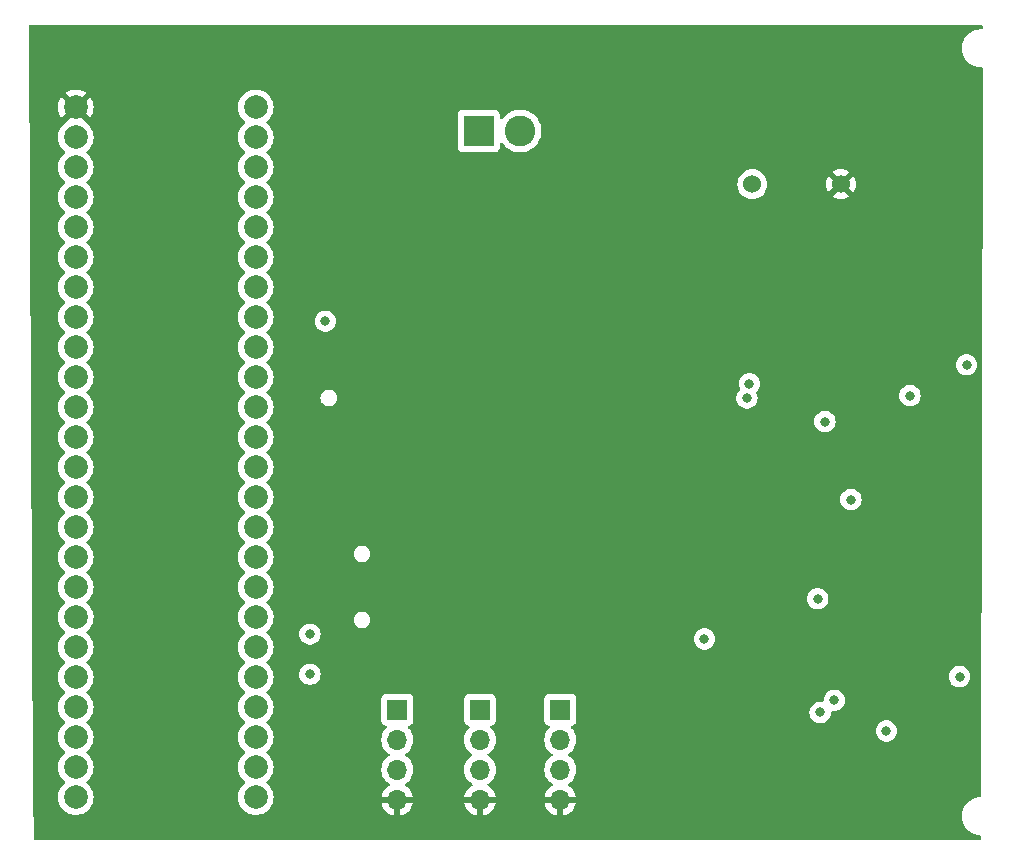
<source format=gbr>
%TF.GenerationSoftware,KiCad,Pcbnew,7.0.7*%
%TF.CreationDate,2024-01-17T19:34:37-05:00*%
%TF.ProjectId,Unified_Board,556e6966-6965-4645-9f42-6f6172642e6b,rev?*%
%TF.SameCoordinates,Original*%
%TF.FileFunction,Copper,L3,Inr*%
%TF.FilePolarity,Positive*%
%FSLAX46Y46*%
G04 Gerber Fmt 4.6, Leading zero omitted, Abs format (unit mm)*
G04 Created by KiCad (PCBNEW 7.0.7) date 2024-01-17 19:34:37*
%MOMM*%
%LPD*%
G01*
G04 APERTURE LIST*
%TA.AperFunction,ComponentPad*%
%ADD10R,1.700000X1.700000*%
%TD*%
%TA.AperFunction,ComponentPad*%
%ADD11O,1.700000X1.700000*%
%TD*%
%TA.AperFunction,ComponentPad*%
%ADD12R,2.600000X2.600000*%
%TD*%
%TA.AperFunction,ComponentPad*%
%ADD13C,2.600000*%
%TD*%
%TA.AperFunction,ComponentPad*%
%ADD14C,1.524000*%
%TD*%
%TA.AperFunction,ComponentPad*%
%ADD15C,2.000000*%
%TD*%
%TA.AperFunction,ViaPad*%
%ADD16C,0.800000*%
%TD*%
G04 APERTURE END LIST*
D10*
%TO.N,/3.3V*%
%TO.C,J3*%
X107600000Y-96000000D03*
D11*
%TO.N,/SCL*%
X107600000Y-98540000D03*
%TO.N,/SDA*%
X107600000Y-101080000D03*
%TO.N,GND*%
X107600000Y-103620000D03*
%TD*%
D12*
%TO.N,Net-(J1-Pin_1)*%
%TO.C,J1*%
X114500000Y-47000000D03*
D13*
%TO.N,Net-(D6-K)*%
X118000000Y-47000000D03*
%TD*%
D14*
%TO.N,Net-(BZ1--)*%
%TO.C,BZ1*%
X137650000Y-51500000D03*
%TO.N,GND*%
X145150000Y-51500000D03*
%TD*%
D10*
%TO.N,/3.3V*%
%TO.C,J2*%
X114600000Y-96000000D03*
D11*
%TO.N,/Breakout_RX2*%
X114600000Y-98540000D03*
%TO.N,/Breakout_TX2*%
X114600000Y-101080000D03*
%TO.N,GND*%
X114600000Y-103620000D03*
%TD*%
D10*
%TO.N,/3.3V*%
%TO.C,J4*%
X121400000Y-96000000D03*
D11*
%TO.N,/Breakout_RX1*%
X121400000Y-98540000D03*
%TO.N,/Breakout_TX1*%
X121400000Y-101080000D03*
%TO.N,GND*%
X121400000Y-103620000D03*
%TD*%
D15*
%TO.N,Net-(J1-Pin_1)*%
%TO.C,Teensy4.1*%
X95620000Y-44990000D03*
%TO.N,Net-(D6-K)*%
X95620000Y-47530000D03*
%TO.N,/3.3V*%
X95620000Y-50070000D03*
%TO.N,unconnected-(Teensy4.1-PWM-Pad44)*%
X95620000Y-52610000D03*
%TO.N,unconnected-(Teensy4.1-PWM-Pad43)*%
X95620000Y-55150000D03*
%TO.N,unconnected-(Teensy4.1-RX5-Pad42)*%
X95620000Y-57690000D03*
%TO.N,unconnected-(Teensy4.1-TX5-Pad41)*%
X95620000Y-60230000D03*
%TO.N,/SCL*%
X95620000Y-62770000D03*
%TO.N,/SDA*%
X95620000Y-65310000D03*
%TO.N,unconnected-(Teensy4.1-A3-Pad38)*%
X95620000Y-67850000D03*
%TO.N,unconnected-(Teensy4.1-A2-Pad37)*%
X95620000Y-70390000D03*
%TO.N,unconnected-(Teensy4.1-A1-Pad36)*%
X95620000Y-72930000D03*
%TO.N,unconnected-(Teensy4.1-A0-Pad35)*%
X95620000Y-75470000D03*
%TO.N,unconnected-(Teensy4.1-SCK-Pad34)*%
X95620000Y-78010000D03*
%TO.N,unconnected-(Teensy4.1-GND-Pad33)*%
X95620000Y-80550000D03*
%TO.N,unconnected-(Teensy4.1-A17-Pad32)*%
X95620000Y-83090000D03*
%TO.N,unconnected-(Teensy4.1-A16-Pad31)*%
X95620000Y-85630000D03*
%TO.N,unconnected-(Teensy4.1-MISO-Pad30)*%
X95620000Y-88170000D03*
%TO.N,unconnected-(Teensy4.1-CS1-Pad29)*%
X95620000Y-90710000D03*
%TO.N,/BMP_INT*%
X95620000Y-93250000D03*
%TO.N,/BMP_I2C_ADDR*%
X95620000Y-95790000D03*
%TO.N,unconnected-(Teensy4.1-TX8-Pad26)*%
X95620000Y-98330000D03*
%TO.N,unconnected-(Teensy4.1-RX8-Pad25)*%
X95620000Y-100870000D03*
%TO.N,Net-(R14-Pad1)*%
X95620000Y-103410000D03*
%TO.N,unconnected-(Teensy4.1-GPIO-Pad23)*%
X80380000Y-103410000D03*
%TO.N,unconnected-(Teensy4.1-GPIO-Pad22)*%
X80380000Y-100870000D03*
%TO.N,unconnected-(Teensy4.1-GPIO-Pad21)*%
X80380000Y-98330000D03*
%TO.N,unconnected-(Teensy4.1-TX7-Pad20)*%
X80380000Y-95790000D03*
%TO.N,unconnected-(Teensy4.1-RX7-Pad19)*%
X80380000Y-93250000D03*
%TO.N,unconnected-(Teensy4.1-SCK1-Pad18)*%
X80380000Y-90710000D03*
%TO.N,unconnected-(Teensy4.1-MOSI1-Pad17)*%
X80380000Y-88170000D03*
%TO.N,unconnected-(Teensy4.1-SDA2-Pad16)*%
X80380000Y-85630000D03*
%TO.N,unconnected-(Teensy4.1-SCL2-Pad15)*%
X80380000Y-83090000D03*
%TO.N,unconnected-(Teensy4.1-3.3V-Pad14)*%
X80380000Y-80550000D03*
%TO.N,unconnected-(Teensy4.1-MISO-Pad13)*%
X80380000Y-78010000D03*
%TO.N,unconnected-(Teensy4.1-MOSI-Pad12)*%
X80380000Y-75470000D03*
%TO.N,unconnected-(Teensy4.1-CS-Pad11)*%
X80380000Y-72930000D03*
%TO.N,unconnected-(Teensy4.1-PWM-Pad10)*%
X80380000Y-70390000D03*
%TO.N,/Breakout_TX2*%
X80380000Y-67850000D03*
%TO.N,/Breakout_RX2*%
X80380000Y-65310000D03*
%TO.N,unconnected-(Teensy4.1-PWM-Pad7)*%
X80380000Y-62770000D03*
%TO.N,unconnected-(Teensy4.1-PWM-Pad6)*%
X80380000Y-60230000D03*
%TO.N,unconnected-(Teensy4.1-PWM-Pad5)*%
X80380000Y-57690000D03*
%TO.N,unconnected-(Teensy4.1-PWM-Pad4)*%
X80380000Y-55150000D03*
%TO.N,unconnected-(Teensy4.1-PWM-Pad3)*%
X80380000Y-52610000D03*
%TO.N,/Breakout_TX1*%
X80380000Y-50070000D03*
%TO.N,/Breakout_RX1*%
X80380000Y-47530000D03*
%TO.N,GND*%
X80380000Y-44990000D03*
%TD*%
D16*
%TO.N,/3.3V*%
X146000000Y-78200000D03*
%TO.N,GND*%
X145600000Y-58400000D03*
X141600000Y-83000000D03*
%TO.N,Net-(BT2-+)*%
X149000000Y-97800000D03*
%TO.N,/BACKUP*%
X143200000Y-86600000D03*
X133600000Y-90000000D03*
%TO.N,/SCL*%
X137400000Y-68400000D03*
%TO.N,GND*%
X142200000Y-67800000D03*
X150800000Y-67400000D03*
%TO.N,/3.3V*%
X143800000Y-71600000D03*
%TO.N,/SDA*%
X137200000Y-69600000D03*
%TO.N,/3.3V*%
X155800000Y-66800000D03*
X151000000Y-69400000D03*
%TO.N,/SDA*%
X143400000Y-96230898D03*
%TO.N,/SCL*%
X144600000Y-95200000D03*
%TO.N,GND*%
X129200000Y-91400000D03*
%TO.N,Net-(R14-Pad1)*%
X101500000Y-63100000D03*
%TO.N,GND*%
X148800000Y-77400000D03*
%TO.N,/3.3V*%
X155200000Y-93200000D03*
%TO.N,/SCL*%
X100200000Y-89600000D03*
%TO.N,/SDA*%
X100200000Y-93000000D03*
%TO.N,GND*%
X118800000Y-69800000D03*
X107400000Y-87600000D03*
X114600000Y-81800000D03*
X101000000Y-87000000D03*
%TD*%
%TA.AperFunction,Conductor*%
%TO.N,GND*%
G36*
X157142680Y-38019685D02*
G01*
X157188435Y-38072489D01*
X157199639Y-38124357D01*
X157199465Y-38184442D01*
X157199198Y-38276445D01*
X157179319Y-38343427D01*
X157126382Y-38389029D01*
X157065489Y-38399704D01*
X157062893Y-38399500D01*
X157062882Y-38399500D01*
X156937118Y-38399500D01*
X156937116Y-38399500D01*
X156748849Y-38414317D01*
X156503889Y-38473126D01*
X156271140Y-38569533D01*
X156056346Y-38701160D01*
X156056343Y-38701161D01*
X155864776Y-38864776D01*
X155701161Y-39056343D01*
X155701160Y-39056346D01*
X155569533Y-39271140D01*
X155473126Y-39503889D01*
X155414317Y-39748848D01*
X155394551Y-40000000D01*
X155414317Y-40251151D01*
X155473126Y-40496110D01*
X155569533Y-40728859D01*
X155701160Y-40943653D01*
X155701161Y-40943656D01*
X155701164Y-40943659D01*
X155864776Y-41135224D01*
X156013066Y-41261875D01*
X156056343Y-41298838D01*
X156056346Y-41298839D01*
X156271140Y-41430466D01*
X156503889Y-41526873D01*
X156748852Y-41585683D01*
X156904950Y-41597968D01*
X156937116Y-41600500D01*
X157065204Y-41600500D01*
X157132243Y-41620185D01*
X157177998Y-41672989D01*
X157189203Y-41724859D01*
X157010784Y-103279436D01*
X156990906Y-103346419D01*
X156937969Y-103392020D01*
X156896515Y-103402695D01*
X156830329Y-103407904D01*
X156748852Y-103414317D01*
X156748847Y-103414318D01*
X156748848Y-103414318D01*
X156503889Y-103473126D01*
X156271140Y-103569533D01*
X156056346Y-103701160D01*
X156056343Y-103701161D01*
X155864776Y-103864776D01*
X155701161Y-104056343D01*
X155701160Y-104056346D01*
X155569533Y-104271140D01*
X155473126Y-104503889D01*
X155414317Y-104748848D01*
X155394551Y-105000000D01*
X155414317Y-105251151D01*
X155473126Y-105496110D01*
X155569533Y-105728859D01*
X155701160Y-105943653D01*
X155701161Y-105943656D01*
X155701164Y-105943659D01*
X155864776Y-106135224D01*
X156013066Y-106261875D01*
X156056343Y-106298838D01*
X156056346Y-106298839D01*
X156271140Y-106430466D01*
X156503889Y-106526872D01*
X156503889Y-106526873D01*
X156748852Y-106585683D01*
X156886541Y-106596519D01*
X156951829Y-106621403D01*
X156993299Y-106677634D01*
X157000810Y-106720497D01*
X157000358Y-106876360D01*
X156980480Y-106943342D01*
X156927543Y-106988943D01*
X156876359Y-107000000D01*
X76923283Y-107000000D01*
X76856244Y-106980315D01*
X76810489Y-106927511D01*
X76799285Y-106876719D01*
X76798379Y-106720497D01*
X76779188Y-103410005D01*
X78874357Y-103410005D01*
X78894890Y-103657812D01*
X78894892Y-103657824D01*
X78955936Y-103898881D01*
X79055826Y-104126606D01*
X79191833Y-104334782D01*
X79191836Y-104334785D01*
X79360256Y-104517738D01*
X79556491Y-104670474D01*
X79775190Y-104788828D01*
X80010386Y-104869571D01*
X80255665Y-104910500D01*
X80504335Y-104910500D01*
X80749614Y-104869571D01*
X80984810Y-104788828D01*
X81203509Y-104670474D01*
X81399744Y-104517738D01*
X81568164Y-104334785D01*
X81704173Y-104126607D01*
X81804063Y-103898881D01*
X81865108Y-103657821D01*
X81875788Y-103528933D01*
X81885643Y-103410005D01*
X94114357Y-103410005D01*
X94134890Y-103657812D01*
X94134892Y-103657824D01*
X94195936Y-103898881D01*
X94295826Y-104126606D01*
X94431833Y-104334782D01*
X94431836Y-104334785D01*
X94600256Y-104517738D01*
X94796491Y-104670474D01*
X95015190Y-104788828D01*
X95250386Y-104869571D01*
X95495665Y-104910500D01*
X95744335Y-104910500D01*
X95989614Y-104869571D01*
X96224810Y-104788828D01*
X96443509Y-104670474D01*
X96639744Y-104517738D01*
X96808164Y-104334785D01*
X96944173Y-104126607D01*
X97044063Y-103898881D01*
X97105108Y-103657821D01*
X97115788Y-103528933D01*
X97125643Y-103410005D01*
X97125643Y-103409994D01*
X97105109Y-103162187D01*
X97105107Y-103162175D01*
X97044063Y-102921118D01*
X96944173Y-102693393D01*
X96808166Y-102485217D01*
X96777476Y-102451879D01*
X96639744Y-102302262D01*
X96556991Y-102237852D01*
X96516179Y-102181143D01*
X96512504Y-102111370D01*
X96547136Y-102050687D01*
X96556985Y-102042151D01*
X96639744Y-101977738D01*
X96808164Y-101794785D01*
X96944173Y-101586607D01*
X97044063Y-101358881D01*
X97105108Y-101117821D01*
X97108242Y-101080000D01*
X106244341Y-101080000D01*
X106264936Y-101315403D01*
X106264938Y-101315413D01*
X106326094Y-101543655D01*
X106326096Y-101543659D01*
X106326097Y-101543663D01*
X106425965Y-101757829D01*
X106425965Y-101757830D01*
X106425967Y-101757834D01*
X106451841Y-101794785D01*
X106561505Y-101951401D01*
X106728599Y-102118495D01*
X106899058Y-102237852D01*
X106914594Y-102248730D01*
X106958219Y-102303307D01*
X106965413Y-102372805D01*
X106933890Y-102435160D01*
X106914595Y-102451880D01*
X106728922Y-102581890D01*
X106728920Y-102581891D01*
X106561891Y-102748920D01*
X106561886Y-102748926D01*
X106426400Y-102942420D01*
X106426399Y-102942422D01*
X106326570Y-103156507D01*
X106326567Y-103156513D01*
X106269364Y-103369999D01*
X106269364Y-103370000D01*
X106986653Y-103370000D01*
X107053692Y-103389685D01*
X107099447Y-103442489D01*
X107109391Y-103511647D01*
X107105631Y-103528933D01*
X107100000Y-103548111D01*
X107100000Y-103691889D01*
X107102723Y-103701164D01*
X107105631Y-103711067D01*
X107105630Y-103780936D01*
X107067855Y-103839714D01*
X107004299Y-103868738D01*
X106986653Y-103870000D01*
X106269364Y-103870000D01*
X106326567Y-104083486D01*
X106326570Y-104083492D01*
X106426399Y-104297578D01*
X106561894Y-104491082D01*
X106728917Y-104658105D01*
X106922421Y-104793600D01*
X107136507Y-104893429D01*
X107136516Y-104893433D01*
X107350000Y-104950634D01*
X107350000Y-104232301D01*
X107369685Y-104165262D01*
X107422489Y-104119507D01*
X107491647Y-104109563D01*
X107564237Y-104120000D01*
X107564238Y-104120000D01*
X107635762Y-104120000D01*
X107635763Y-104120000D01*
X107708353Y-104109563D01*
X107777512Y-104119507D01*
X107830315Y-104165262D01*
X107850000Y-104232301D01*
X107850000Y-104950633D01*
X108063483Y-104893433D01*
X108063492Y-104893429D01*
X108277578Y-104793600D01*
X108471082Y-104658105D01*
X108638105Y-104491082D01*
X108773600Y-104297578D01*
X108873429Y-104083492D01*
X108873432Y-104083486D01*
X108930636Y-103870000D01*
X108213347Y-103870000D01*
X108146308Y-103850315D01*
X108100553Y-103797511D01*
X108090609Y-103728353D01*
X108094369Y-103711067D01*
X108097277Y-103701164D01*
X108100000Y-103691889D01*
X108100000Y-103548111D01*
X108094368Y-103528933D01*
X108094370Y-103459064D01*
X108132145Y-103400286D01*
X108195701Y-103371262D01*
X108213347Y-103370000D01*
X108930636Y-103370000D01*
X108930635Y-103369999D01*
X108873432Y-103156513D01*
X108873429Y-103156507D01*
X108773600Y-102942422D01*
X108773599Y-102942420D01*
X108638113Y-102748926D01*
X108638108Y-102748920D01*
X108471078Y-102581890D01*
X108285405Y-102451879D01*
X108241780Y-102397302D01*
X108234588Y-102327804D01*
X108266110Y-102265449D01*
X108285406Y-102248730D01*
X108471401Y-102118495D01*
X108638495Y-101951401D01*
X108774035Y-101757830D01*
X108873903Y-101543663D01*
X108935063Y-101315408D01*
X108955659Y-101080000D01*
X113244341Y-101080000D01*
X113264936Y-101315403D01*
X113264938Y-101315413D01*
X113326094Y-101543655D01*
X113326096Y-101543659D01*
X113326097Y-101543663D01*
X113425965Y-101757829D01*
X113425965Y-101757830D01*
X113425967Y-101757834D01*
X113451841Y-101794785D01*
X113561505Y-101951401D01*
X113728599Y-102118495D01*
X113899058Y-102237852D01*
X113914594Y-102248730D01*
X113958219Y-102303307D01*
X113965413Y-102372805D01*
X113933890Y-102435160D01*
X113914595Y-102451880D01*
X113728922Y-102581890D01*
X113728920Y-102581891D01*
X113561891Y-102748920D01*
X113561886Y-102748926D01*
X113426400Y-102942420D01*
X113426399Y-102942422D01*
X113326570Y-103156507D01*
X113326567Y-103156513D01*
X113269364Y-103369999D01*
X113269364Y-103370000D01*
X113986653Y-103370000D01*
X114053692Y-103389685D01*
X114099447Y-103442489D01*
X114109391Y-103511647D01*
X114105631Y-103528933D01*
X114100000Y-103548111D01*
X114100000Y-103691889D01*
X114102723Y-103701164D01*
X114105631Y-103711067D01*
X114105630Y-103780936D01*
X114067855Y-103839714D01*
X114004299Y-103868738D01*
X113986653Y-103870000D01*
X113269364Y-103870000D01*
X113326567Y-104083486D01*
X113326570Y-104083492D01*
X113426399Y-104297578D01*
X113561894Y-104491082D01*
X113728917Y-104658105D01*
X113922421Y-104793600D01*
X114136507Y-104893429D01*
X114136516Y-104893433D01*
X114350000Y-104950634D01*
X114350000Y-104232301D01*
X114369685Y-104165262D01*
X114422489Y-104119507D01*
X114491647Y-104109563D01*
X114564237Y-104120000D01*
X114564238Y-104120000D01*
X114635762Y-104120000D01*
X114635763Y-104120000D01*
X114708353Y-104109563D01*
X114777512Y-104119507D01*
X114830315Y-104165262D01*
X114850000Y-104232301D01*
X114850000Y-104950633D01*
X115063483Y-104893433D01*
X115063492Y-104893429D01*
X115277578Y-104793600D01*
X115471082Y-104658105D01*
X115638105Y-104491082D01*
X115773600Y-104297578D01*
X115873429Y-104083492D01*
X115873432Y-104083486D01*
X115930636Y-103870000D01*
X115213347Y-103870000D01*
X115146308Y-103850315D01*
X115100553Y-103797511D01*
X115090609Y-103728353D01*
X115094369Y-103711067D01*
X115097277Y-103701164D01*
X115100000Y-103691889D01*
X115100000Y-103548111D01*
X115094368Y-103528933D01*
X115094370Y-103459064D01*
X115132145Y-103400286D01*
X115195701Y-103371262D01*
X115213347Y-103370000D01*
X115930636Y-103370000D01*
X115930635Y-103369999D01*
X115873432Y-103156513D01*
X115873429Y-103156507D01*
X115773600Y-102942422D01*
X115773599Y-102942420D01*
X115638113Y-102748926D01*
X115638108Y-102748920D01*
X115471078Y-102581890D01*
X115285405Y-102451879D01*
X115241780Y-102397302D01*
X115234588Y-102327804D01*
X115266110Y-102265449D01*
X115285406Y-102248730D01*
X115471401Y-102118495D01*
X115638495Y-101951401D01*
X115774035Y-101757830D01*
X115873903Y-101543663D01*
X115935063Y-101315408D01*
X115955659Y-101080000D01*
X120044341Y-101080000D01*
X120064936Y-101315403D01*
X120064938Y-101315413D01*
X120126094Y-101543655D01*
X120126096Y-101543659D01*
X120126097Y-101543663D01*
X120225965Y-101757830D01*
X120225967Y-101757834D01*
X120251841Y-101794785D01*
X120361505Y-101951401D01*
X120528599Y-102118495D01*
X120699058Y-102237852D01*
X120714594Y-102248730D01*
X120758219Y-102303307D01*
X120765413Y-102372805D01*
X120733890Y-102435160D01*
X120714595Y-102451880D01*
X120528922Y-102581890D01*
X120528920Y-102581891D01*
X120361891Y-102748920D01*
X120361886Y-102748926D01*
X120226400Y-102942420D01*
X120226399Y-102942422D01*
X120126570Y-103156507D01*
X120126567Y-103156513D01*
X120069364Y-103369999D01*
X120069364Y-103370000D01*
X120786653Y-103370000D01*
X120853692Y-103389685D01*
X120899447Y-103442489D01*
X120909391Y-103511647D01*
X120905631Y-103528933D01*
X120900000Y-103548111D01*
X120900000Y-103691889D01*
X120902723Y-103701164D01*
X120905631Y-103711067D01*
X120905630Y-103780936D01*
X120867855Y-103839714D01*
X120804299Y-103868738D01*
X120786653Y-103870000D01*
X120069364Y-103870000D01*
X120126567Y-104083486D01*
X120126570Y-104083492D01*
X120226399Y-104297578D01*
X120361894Y-104491082D01*
X120528917Y-104658105D01*
X120722421Y-104793600D01*
X120936507Y-104893429D01*
X120936516Y-104893433D01*
X121149999Y-104950633D01*
X121149999Y-104232301D01*
X121169683Y-104165262D01*
X121222487Y-104119507D01*
X121291646Y-104109563D01*
X121298380Y-104110531D01*
X121364237Y-104120000D01*
X121364238Y-104120000D01*
X121435762Y-104120000D01*
X121435763Y-104120000D01*
X121508353Y-104109563D01*
X121577512Y-104119507D01*
X121630315Y-104165262D01*
X121650000Y-104232301D01*
X121649999Y-104950633D01*
X121863483Y-104893433D01*
X121863492Y-104893429D01*
X122077578Y-104793600D01*
X122271082Y-104658105D01*
X122438105Y-104491082D01*
X122573600Y-104297578D01*
X122673429Y-104083492D01*
X122673432Y-104083486D01*
X122730636Y-103870000D01*
X122013347Y-103870000D01*
X121946308Y-103850315D01*
X121900553Y-103797511D01*
X121890609Y-103728353D01*
X121894369Y-103711067D01*
X121897277Y-103701164D01*
X121900000Y-103691889D01*
X121900000Y-103548111D01*
X121894368Y-103528933D01*
X121894370Y-103459064D01*
X121932145Y-103400286D01*
X121995701Y-103371262D01*
X122013347Y-103370000D01*
X122730636Y-103370000D01*
X122730635Y-103369999D01*
X122673432Y-103156513D01*
X122673429Y-103156507D01*
X122573600Y-102942422D01*
X122573599Y-102942420D01*
X122438113Y-102748926D01*
X122438108Y-102748920D01*
X122271078Y-102581890D01*
X122085405Y-102451879D01*
X122041780Y-102397302D01*
X122034588Y-102327804D01*
X122066110Y-102265449D01*
X122085406Y-102248730D01*
X122271401Y-102118495D01*
X122438495Y-101951401D01*
X122574035Y-101757830D01*
X122673903Y-101543663D01*
X122735063Y-101315408D01*
X122755659Y-101080000D01*
X122735063Y-100844592D01*
X122688626Y-100671285D01*
X122673905Y-100616344D01*
X122673904Y-100616343D01*
X122673903Y-100616337D01*
X122574035Y-100402171D01*
X122559295Y-100381119D01*
X122438494Y-100208597D01*
X122271402Y-100041506D01*
X122271401Y-100041505D01*
X122085842Y-99911575D01*
X122085841Y-99911574D01*
X122042216Y-99856997D01*
X122035024Y-99787498D01*
X122066546Y-99725144D01*
X122085836Y-99708428D01*
X122271401Y-99578495D01*
X122438495Y-99411401D01*
X122574035Y-99217830D01*
X122673903Y-99003663D01*
X122735063Y-98775408D01*
X122755659Y-98540000D01*
X122735063Y-98304592D01*
X122688626Y-98131285D01*
X122673905Y-98076344D01*
X122673904Y-98076343D01*
X122673903Y-98076337D01*
X122574035Y-97862171D01*
X122559294Y-97841119D01*
X122530502Y-97800000D01*
X148094540Y-97800000D01*
X148114326Y-97988256D01*
X148114327Y-97988259D01*
X148172818Y-98168277D01*
X148172821Y-98168284D01*
X148267467Y-98332216D01*
X148394128Y-98472888D01*
X148394129Y-98472888D01*
X148547265Y-98584148D01*
X148547270Y-98584151D01*
X148720192Y-98661142D01*
X148720197Y-98661144D01*
X148905354Y-98700500D01*
X148905355Y-98700500D01*
X149094644Y-98700500D01*
X149094646Y-98700500D01*
X149279803Y-98661144D01*
X149452730Y-98584151D01*
X149605871Y-98472888D01*
X149732533Y-98332216D01*
X149827179Y-98168284D01*
X149885674Y-97988256D01*
X149905460Y-97800000D01*
X149885674Y-97611744D01*
X149827179Y-97431716D01*
X149732533Y-97267784D01*
X149605871Y-97127112D01*
X149570128Y-97101143D01*
X149452734Y-97015851D01*
X149452729Y-97015848D01*
X149279807Y-96938857D01*
X149279802Y-96938855D01*
X149114810Y-96903786D01*
X149094646Y-96899500D01*
X148905354Y-96899500D01*
X148885190Y-96903786D01*
X148720197Y-96938855D01*
X148720192Y-96938857D01*
X148547270Y-97015848D01*
X148547265Y-97015851D01*
X148394129Y-97127111D01*
X148267466Y-97267785D01*
X148172821Y-97431715D01*
X148172818Y-97431722D01*
X148114327Y-97611740D01*
X148114326Y-97611744D01*
X148094540Y-97800000D01*
X122530502Y-97800000D01*
X122438496Y-97668600D01*
X122381636Y-97611740D01*
X122316567Y-97546671D01*
X122283084Y-97485351D01*
X122288068Y-97415659D01*
X122329939Y-97359725D01*
X122360915Y-97342810D01*
X122492331Y-97293796D01*
X122607546Y-97207546D01*
X122693796Y-97092331D01*
X122744091Y-96957483D01*
X122750500Y-96897873D01*
X122750500Y-96230898D01*
X142494540Y-96230898D01*
X142514326Y-96419154D01*
X142514327Y-96419157D01*
X142572818Y-96599175D01*
X142572821Y-96599182D01*
X142667467Y-96763114D01*
X142788683Y-96897738D01*
X142794129Y-96903786D01*
X142947265Y-97015046D01*
X142947270Y-97015049D01*
X143120192Y-97092040D01*
X143120197Y-97092042D01*
X143305354Y-97131398D01*
X143305355Y-97131398D01*
X143494644Y-97131398D01*
X143494646Y-97131398D01*
X143679803Y-97092042D01*
X143852730Y-97015049D01*
X144005871Y-96903786D01*
X144132533Y-96763114D01*
X144227179Y-96599182D01*
X144285674Y-96419154D01*
X144305460Y-96230898D01*
X144304713Y-96223799D01*
X144317281Y-96155069D01*
X144365012Y-96104044D01*
X144432752Y-96086925D01*
X144453813Y-96089544D01*
X144505354Y-96100500D01*
X144505355Y-96100500D01*
X144694644Y-96100500D01*
X144694646Y-96100500D01*
X144879803Y-96061144D01*
X145052730Y-95984151D01*
X145205871Y-95872888D01*
X145332533Y-95732216D01*
X145427179Y-95568284D01*
X145485674Y-95388256D01*
X145505460Y-95200000D01*
X145485674Y-95011744D01*
X145427179Y-94831716D01*
X145332533Y-94667784D01*
X145205871Y-94527112D01*
X145205870Y-94527111D01*
X145052734Y-94415851D01*
X145052729Y-94415848D01*
X144879807Y-94338857D01*
X144879802Y-94338855D01*
X144734000Y-94307865D01*
X144694646Y-94299500D01*
X144505354Y-94299500D01*
X144472897Y-94306398D01*
X144320197Y-94338855D01*
X144320192Y-94338857D01*
X144147270Y-94415848D01*
X144147265Y-94415851D01*
X143994129Y-94527111D01*
X143867466Y-94667785D01*
X143772821Y-94831715D01*
X143772818Y-94831722D01*
X143714327Y-95011740D01*
X143714326Y-95011744D01*
X143704826Y-95102135D01*
X143694540Y-95200002D01*
X143694540Y-95200005D01*
X143695286Y-95207106D01*
X143682714Y-95275835D01*
X143634980Y-95326857D01*
X143567239Y-95343972D01*
X143546186Y-95341353D01*
X143540965Y-95340243D01*
X143494646Y-95330398D01*
X143305354Y-95330398D01*
X143272897Y-95337296D01*
X143120197Y-95369753D01*
X143120192Y-95369755D01*
X142947270Y-95446746D01*
X142947265Y-95446749D01*
X142794129Y-95558009D01*
X142667466Y-95698683D01*
X142572821Y-95862613D01*
X142572818Y-95862620D01*
X142515895Y-96037812D01*
X142514326Y-96042642D01*
X142494540Y-96230898D01*
X122750500Y-96230898D01*
X122750499Y-95102128D01*
X122744091Y-95042517D01*
X122732613Y-95011744D01*
X122693797Y-94907671D01*
X122693793Y-94907664D01*
X122607547Y-94792455D01*
X122607544Y-94792452D01*
X122492335Y-94706206D01*
X122492328Y-94706202D01*
X122357482Y-94655908D01*
X122357483Y-94655908D01*
X122297883Y-94649501D01*
X122297881Y-94649500D01*
X122297873Y-94649500D01*
X122297864Y-94649500D01*
X120502129Y-94649500D01*
X120502123Y-94649501D01*
X120442516Y-94655908D01*
X120307671Y-94706202D01*
X120307664Y-94706206D01*
X120192455Y-94792452D01*
X120192452Y-94792455D01*
X120106206Y-94907664D01*
X120106202Y-94907671D01*
X120055908Y-95042517D01*
X120052589Y-95073393D01*
X120049501Y-95102123D01*
X120049500Y-95102135D01*
X120049500Y-96897870D01*
X120049501Y-96897876D01*
X120055908Y-96957483D01*
X120106202Y-97092328D01*
X120106206Y-97092335D01*
X120192452Y-97207544D01*
X120192455Y-97207547D01*
X120307664Y-97293793D01*
X120307671Y-97293797D01*
X120439081Y-97342810D01*
X120495015Y-97384681D01*
X120519432Y-97450145D01*
X120504580Y-97518418D01*
X120483430Y-97546673D01*
X120361503Y-97668600D01*
X120225965Y-97862169D01*
X120225964Y-97862171D01*
X120126098Y-98076335D01*
X120126094Y-98076344D01*
X120064938Y-98304586D01*
X120064936Y-98304596D01*
X120044341Y-98539999D01*
X120044341Y-98540000D01*
X120064936Y-98775403D01*
X120064938Y-98775413D01*
X120126094Y-99003655D01*
X120126096Y-99003659D01*
X120126097Y-99003663D01*
X120225964Y-99217829D01*
X120225965Y-99217830D01*
X120225967Y-99217834D01*
X120361501Y-99411395D01*
X120361506Y-99411402D01*
X120528597Y-99578493D01*
X120528603Y-99578498D01*
X120714158Y-99708425D01*
X120757783Y-99763002D01*
X120764977Y-99832500D01*
X120733454Y-99894855D01*
X120714158Y-99911575D01*
X120528597Y-100041505D01*
X120361505Y-100208597D01*
X120225965Y-100402169D01*
X120225964Y-100402171D01*
X120126098Y-100616335D01*
X120126094Y-100616344D01*
X120064938Y-100844586D01*
X120064936Y-100844596D01*
X120044341Y-101079999D01*
X120044341Y-101080000D01*
X115955659Y-101080000D01*
X115935063Y-100844592D01*
X115888626Y-100671285D01*
X115873905Y-100616344D01*
X115873904Y-100616343D01*
X115873903Y-100616337D01*
X115774035Y-100402171D01*
X115759295Y-100381119D01*
X115638494Y-100208597D01*
X115471402Y-100041506D01*
X115471396Y-100041501D01*
X115285842Y-99911575D01*
X115242217Y-99856998D01*
X115235023Y-99787500D01*
X115266546Y-99725145D01*
X115285842Y-99708425D01*
X115381933Y-99641141D01*
X115471401Y-99578495D01*
X115638495Y-99411401D01*
X115774035Y-99217830D01*
X115873903Y-99003663D01*
X115935063Y-98775408D01*
X115955659Y-98540000D01*
X115935063Y-98304592D01*
X115888626Y-98131285D01*
X115873905Y-98076344D01*
X115873904Y-98076343D01*
X115873903Y-98076337D01*
X115774035Y-97862171D01*
X115759294Y-97841119D01*
X115638496Y-97668600D01*
X115581636Y-97611740D01*
X115516567Y-97546671D01*
X115483084Y-97485351D01*
X115488068Y-97415659D01*
X115529939Y-97359725D01*
X115560915Y-97342810D01*
X115692331Y-97293796D01*
X115807546Y-97207546D01*
X115893796Y-97092331D01*
X115944091Y-96957483D01*
X115950500Y-96897873D01*
X115950499Y-95102128D01*
X115944091Y-95042517D01*
X115932613Y-95011744D01*
X115893797Y-94907671D01*
X115893793Y-94907664D01*
X115807547Y-94792455D01*
X115807544Y-94792452D01*
X115692335Y-94706206D01*
X115692328Y-94706202D01*
X115557482Y-94655908D01*
X115557483Y-94655908D01*
X115497883Y-94649501D01*
X115497881Y-94649500D01*
X115497873Y-94649500D01*
X115497864Y-94649500D01*
X113702129Y-94649500D01*
X113702123Y-94649501D01*
X113642516Y-94655908D01*
X113507671Y-94706202D01*
X113507664Y-94706206D01*
X113392455Y-94792452D01*
X113392452Y-94792455D01*
X113306206Y-94907664D01*
X113306202Y-94907671D01*
X113255908Y-95042517D01*
X113252589Y-95073393D01*
X113249501Y-95102123D01*
X113249500Y-95102135D01*
X113249500Y-96897870D01*
X113249501Y-96897876D01*
X113255908Y-96957483D01*
X113306202Y-97092328D01*
X113306206Y-97092335D01*
X113392452Y-97207544D01*
X113392455Y-97207547D01*
X113507664Y-97293793D01*
X113507671Y-97293797D01*
X113639081Y-97342810D01*
X113695015Y-97384681D01*
X113719432Y-97450145D01*
X113704580Y-97518418D01*
X113683430Y-97546673D01*
X113561503Y-97668600D01*
X113425965Y-97862169D01*
X113425964Y-97862171D01*
X113326098Y-98076335D01*
X113326094Y-98076344D01*
X113264938Y-98304586D01*
X113264936Y-98304596D01*
X113244341Y-98539999D01*
X113244341Y-98540000D01*
X113264936Y-98775403D01*
X113264938Y-98775413D01*
X113326094Y-99003655D01*
X113326096Y-99003659D01*
X113326097Y-99003663D01*
X113425965Y-99217829D01*
X113425965Y-99217830D01*
X113425967Y-99217834D01*
X113561501Y-99411395D01*
X113561506Y-99411402D01*
X113728597Y-99578493D01*
X113728603Y-99578498D01*
X113914158Y-99708425D01*
X113957783Y-99763002D01*
X113964977Y-99832500D01*
X113933454Y-99894855D01*
X113914158Y-99911575D01*
X113728597Y-100041505D01*
X113561505Y-100208597D01*
X113425965Y-100402169D01*
X113425964Y-100402171D01*
X113326098Y-100616335D01*
X113326094Y-100616344D01*
X113264938Y-100844586D01*
X113264936Y-100844596D01*
X113244341Y-101079999D01*
X113244341Y-101080000D01*
X108955659Y-101080000D01*
X108935063Y-100844592D01*
X108888626Y-100671285D01*
X108873905Y-100616344D01*
X108873904Y-100616343D01*
X108873903Y-100616337D01*
X108774035Y-100402171D01*
X108759295Y-100381119D01*
X108638494Y-100208597D01*
X108471402Y-100041506D01*
X108471396Y-100041501D01*
X108285842Y-99911575D01*
X108242217Y-99856998D01*
X108235023Y-99787500D01*
X108266546Y-99725145D01*
X108285842Y-99708425D01*
X108381933Y-99641141D01*
X108471401Y-99578495D01*
X108638495Y-99411401D01*
X108774035Y-99217830D01*
X108873903Y-99003663D01*
X108935063Y-98775408D01*
X108955659Y-98540000D01*
X108935063Y-98304592D01*
X108888626Y-98131285D01*
X108873905Y-98076344D01*
X108873904Y-98076343D01*
X108873903Y-98076337D01*
X108774035Y-97862171D01*
X108759294Y-97841119D01*
X108638496Y-97668600D01*
X108581636Y-97611740D01*
X108516567Y-97546671D01*
X108483084Y-97485351D01*
X108488068Y-97415659D01*
X108529939Y-97359725D01*
X108560915Y-97342810D01*
X108692331Y-97293796D01*
X108807546Y-97207546D01*
X108893796Y-97092331D01*
X108944091Y-96957483D01*
X108950500Y-96897873D01*
X108950499Y-95102128D01*
X108944091Y-95042517D01*
X108932613Y-95011744D01*
X108893797Y-94907671D01*
X108893793Y-94907664D01*
X108807547Y-94792455D01*
X108807544Y-94792452D01*
X108692335Y-94706206D01*
X108692328Y-94706202D01*
X108557482Y-94655908D01*
X108557483Y-94655908D01*
X108497883Y-94649501D01*
X108497881Y-94649500D01*
X108497873Y-94649500D01*
X108497864Y-94649500D01*
X106702129Y-94649500D01*
X106702123Y-94649501D01*
X106642516Y-94655908D01*
X106507671Y-94706202D01*
X106507664Y-94706206D01*
X106392455Y-94792452D01*
X106392452Y-94792455D01*
X106306206Y-94907664D01*
X106306202Y-94907671D01*
X106255908Y-95042517D01*
X106252589Y-95073393D01*
X106249501Y-95102123D01*
X106249500Y-95102135D01*
X106249500Y-96897870D01*
X106249501Y-96897876D01*
X106255908Y-96957483D01*
X106306202Y-97092328D01*
X106306206Y-97092335D01*
X106392452Y-97207544D01*
X106392455Y-97207547D01*
X106507664Y-97293793D01*
X106507671Y-97293797D01*
X106639081Y-97342810D01*
X106695015Y-97384681D01*
X106719432Y-97450145D01*
X106704580Y-97518418D01*
X106683430Y-97546673D01*
X106561503Y-97668600D01*
X106425965Y-97862169D01*
X106425964Y-97862171D01*
X106326098Y-98076335D01*
X106326094Y-98076344D01*
X106264938Y-98304586D01*
X106264936Y-98304596D01*
X106244341Y-98539999D01*
X106244341Y-98540000D01*
X106264936Y-98775403D01*
X106264938Y-98775413D01*
X106326094Y-99003655D01*
X106326096Y-99003659D01*
X106326097Y-99003663D01*
X106425964Y-99217830D01*
X106425965Y-99217830D01*
X106425967Y-99217834D01*
X106561501Y-99411395D01*
X106561506Y-99411402D01*
X106728597Y-99578493D01*
X106728603Y-99578498D01*
X106914158Y-99708425D01*
X106957783Y-99763002D01*
X106964977Y-99832500D01*
X106933454Y-99894855D01*
X106914158Y-99911575D01*
X106728597Y-100041505D01*
X106561505Y-100208597D01*
X106425965Y-100402169D01*
X106425964Y-100402171D01*
X106326098Y-100616335D01*
X106326094Y-100616344D01*
X106264938Y-100844586D01*
X106264936Y-100844596D01*
X106244341Y-101079999D01*
X106244341Y-101080000D01*
X97108242Y-101080000D01*
X97125643Y-100870000D01*
X97123537Y-100844586D01*
X97105109Y-100622187D01*
X97105107Y-100622175D01*
X97044063Y-100381118D01*
X96944173Y-100153393D01*
X96808166Y-99945217D01*
X96761804Y-99894855D01*
X96639744Y-99762262D01*
X96556991Y-99697852D01*
X96516179Y-99641143D01*
X96512504Y-99571370D01*
X96547136Y-99510687D01*
X96556985Y-99502151D01*
X96639744Y-99437738D01*
X96808164Y-99254785D01*
X96944173Y-99046607D01*
X97044063Y-98818881D01*
X97105108Y-98577821D01*
X97113803Y-98472888D01*
X97125643Y-98330005D01*
X97125643Y-98329994D01*
X97105109Y-98082187D01*
X97105107Y-98082175D01*
X97044063Y-97841118D01*
X96944173Y-97613393D01*
X96808166Y-97405217D01*
X96772032Y-97365965D01*
X96639744Y-97222262D01*
X96556991Y-97157852D01*
X96516179Y-97101143D01*
X96512504Y-97031370D01*
X96547136Y-96970687D01*
X96556985Y-96962151D01*
X96639744Y-96897738D01*
X96808164Y-96714785D01*
X96944173Y-96506607D01*
X97044063Y-96278881D01*
X97105108Y-96037821D01*
X97105109Y-96037812D01*
X97125643Y-95790005D01*
X97125643Y-95789994D01*
X97105109Y-95542187D01*
X97105107Y-95542175D01*
X97044063Y-95301118D01*
X96944173Y-95073393D01*
X96808166Y-94865217D01*
X96786557Y-94841744D01*
X96639744Y-94682262D01*
X96556991Y-94617852D01*
X96516179Y-94561143D01*
X96512504Y-94491370D01*
X96547136Y-94430687D01*
X96556985Y-94422151D01*
X96639744Y-94357738D01*
X96808164Y-94174785D01*
X96944173Y-93966607D01*
X97044063Y-93738881D01*
X97105108Y-93497821D01*
X97115842Y-93368284D01*
X97125643Y-93250005D01*
X97125643Y-93249994D01*
X97105109Y-93002187D01*
X97105107Y-93002175D01*
X97104556Y-93000000D01*
X99294540Y-93000000D01*
X99314326Y-93188256D01*
X99314327Y-93188259D01*
X99372818Y-93368277D01*
X99372821Y-93368284D01*
X99467467Y-93532216D01*
X99499937Y-93568277D01*
X99594129Y-93672888D01*
X99747265Y-93784148D01*
X99747270Y-93784151D01*
X99920192Y-93861142D01*
X99920197Y-93861144D01*
X100105354Y-93900500D01*
X100105355Y-93900500D01*
X100294644Y-93900500D01*
X100294646Y-93900500D01*
X100479803Y-93861144D01*
X100652730Y-93784151D01*
X100805871Y-93672888D01*
X100932533Y-93532216D01*
X101027179Y-93368284D01*
X101081858Y-93200000D01*
X154294540Y-93200000D01*
X154314326Y-93388256D01*
X154314327Y-93388259D01*
X154372818Y-93568277D01*
X154372821Y-93568284D01*
X154467467Y-93732216D01*
X154514227Y-93784148D01*
X154594129Y-93872888D01*
X154747265Y-93984148D01*
X154747270Y-93984151D01*
X154920192Y-94061142D01*
X154920197Y-94061144D01*
X155105354Y-94100500D01*
X155105355Y-94100500D01*
X155294644Y-94100500D01*
X155294646Y-94100500D01*
X155479803Y-94061144D01*
X155652730Y-93984151D01*
X155805871Y-93872888D01*
X155932533Y-93732216D01*
X156027179Y-93568284D01*
X156085674Y-93388256D01*
X156105460Y-93200000D01*
X156085674Y-93011744D01*
X156027179Y-92831716D01*
X155932533Y-92667784D01*
X155805871Y-92527112D01*
X155805870Y-92527111D01*
X155652734Y-92415851D01*
X155652729Y-92415848D01*
X155479807Y-92338857D01*
X155479802Y-92338855D01*
X155334000Y-92307865D01*
X155294646Y-92299500D01*
X155105354Y-92299500D01*
X155072897Y-92306398D01*
X154920197Y-92338855D01*
X154920192Y-92338857D01*
X154747270Y-92415848D01*
X154747265Y-92415851D01*
X154594129Y-92527111D01*
X154467466Y-92667785D01*
X154372821Y-92831715D01*
X154372818Y-92831722D01*
X154318142Y-92999999D01*
X154314326Y-93011744D01*
X154294540Y-93200000D01*
X101081858Y-93200000D01*
X101085674Y-93188256D01*
X101105460Y-93000000D01*
X101085674Y-92811744D01*
X101027179Y-92631716D01*
X100932533Y-92467784D01*
X100805871Y-92327112D01*
X100803260Y-92325215D01*
X100652734Y-92215851D01*
X100652729Y-92215848D01*
X100479807Y-92138857D01*
X100479802Y-92138855D01*
X100334001Y-92107865D01*
X100294646Y-92099500D01*
X100105354Y-92099500D01*
X100072897Y-92106398D01*
X99920197Y-92138855D01*
X99920192Y-92138857D01*
X99747270Y-92215848D01*
X99747265Y-92215851D01*
X99594129Y-92327111D01*
X99467466Y-92467785D01*
X99372821Y-92631715D01*
X99372818Y-92631722D01*
X99330775Y-92761118D01*
X99314326Y-92811744D01*
X99294540Y-93000000D01*
X97104556Y-93000000D01*
X97044063Y-92761118D01*
X96944173Y-92533393D01*
X96808166Y-92325217D01*
X96707487Y-92215851D01*
X96639744Y-92142262D01*
X96556991Y-92077852D01*
X96516179Y-92021143D01*
X96512504Y-91951370D01*
X96547136Y-91890687D01*
X96556985Y-91882151D01*
X96639744Y-91817738D01*
X96808164Y-91634785D01*
X96944173Y-91426607D01*
X97044063Y-91198881D01*
X97105108Y-90957821D01*
X97125643Y-90710000D01*
X97110911Y-90532216D01*
X97105109Y-90462187D01*
X97105107Y-90462175D01*
X97044063Y-90221118D01*
X96944173Y-89993393D01*
X96808166Y-89785217D01*
X96786557Y-89761744D01*
X96639744Y-89602262D01*
X96636838Y-89600000D01*
X99294540Y-89600000D01*
X99314326Y-89788256D01*
X99314327Y-89788259D01*
X99372818Y-89968277D01*
X99372821Y-89968284D01*
X99467467Y-90132216D01*
X99547515Y-90221118D01*
X99594129Y-90272888D01*
X99747265Y-90384148D01*
X99747270Y-90384151D01*
X99920192Y-90461142D01*
X99920197Y-90461144D01*
X100105354Y-90500500D01*
X100105355Y-90500500D01*
X100294644Y-90500500D01*
X100294646Y-90500500D01*
X100479803Y-90461144D01*
X100652730Y-90384151D01*
X100805871Y-90272888D01*
X100932533Y-90132216D01*
X101008868Y-90000000D01*
X132694540Y-90000000D01*
X132714326Y-90188256D01*
X132714327Y-90188259D01*
X132772818Y-90368277D01*
X132772821Y-90368284D01*
X132867467Y-90532216D01*
X132994128Y-90672887D01*
X132994129Y-90672888D01*
X133147265Y-90784148D01*
X133147270Y-90784151D01*
X133320192Y-90861142D01*
X133320197Y-90861144D01*
X133505354Y-90900500D01*
X133505355Y-90900500D01*
X133694644Y-90900500D01*
X133694646Y-90900500D01*
X133879803Y-90861144D01*
X134052730Y-90784151D01*
X134205871Y-90672888D01*
X134332533Y-90532216D01*
X134427179Y-90368284D01*
X134485674Y-90188256D01*
X134505460Y-90000000D01*
X134485674Y-89811744D01*
X134427179Y-89631716D01*
X134332533Y-89467784D01*
X134205871Y-89327112D01*
X134205870Y-89327111D01*
X134052734Y-89215851D01*
X134052729Y-89215848D01*
X133879807Y-89138857D01*
X133879802Y-89138855D01*
X133734000Y-89107865D01*
X133694646Y-89099500D01*
X133505354Y-89099500D01*
X133472897Y-89106398D01*
X133320197Y-89138855D01*
X133320192Y-89138857D01*
X133147270Y-89215848D01*
X133147265Y-89215851D01*
X132994129Y-89327111D01*
X132867466Y-89467785D01*
X132772821Y-89631715D01*
X132772818Y-89631722D01*
X132714327Y-89811740D01*
X132714326Y-89811744D01*
X132694540Y-90000000D01*
X101008868Y-90000000D01*
X101027179Y-89968284D01*
X101085674Y-89788256D01*
X101105460Y-89600000D01*
X101085674Y-89411744D01*
X101027179Y-89231716D01*
X100932533Y-89067784D01*
X100805871Y-88927112D01*
X100805870Y-88927111D01*
X100652734Y-88815851D01*
X100652729Y-88815848D01*
X100479807Y-88738857D01*
X100479802Y-88738855D01*
X100334000Y-88707865D01*
X100294646Y-88699500D01*
X100105354Y-88699500D01*
X100072897Y-88706398D01*
X99920197Y-88738855D01*
X99920192Y-88738857D01*
X99747270Y-88815848D01*
X99747265Y-88815851D01*
X99594129Y-88927111D01*
X99467466Y-89067785D01*
X99372821Y-89231715D01*
X99372818Y-89231722D01*
X99314327Y-89411740D01*
X99314326Y-89411744D01*
X99294540Y-89600000D01*
X96636838Y-89600000D01*
X96556991Y-89537852D01*
X96516179Y-89481143D01*
X96512504Y-89411370D01*
X96547136Y-89350687D01*
X96556985Y-89342151D01*
X96639744Y-89277738D01*
X96808164Y-89094785D01*
X96944173Y-88886607D01*
X97044063Y-88658881D01*
X97105108Y-88417821D01*
X97106585Y-88399999D01*
X103894355Y-88399999D01*
X103914859Y-88568869D01*
X103914860Y-88568874D01*
X103975182Y-88727931D01*
X103982724Y-88738857D01*
X104071817Y-88867929D01*
X104177505Y-88961560D01*
X104199150Y-88980736D01*
X104349773Y-89059789D01*
X104349775Y-89059790D01*
X104514944Y-89100500D01*
X104685056Y-89100500D01*
X104850225Y-89059790D01*
X104929692Y-89018081D01*
X105000849Y-88980736D01*
X105000850Y-88980734D01*
X105000852Y-88980734D01*
X105128183Y-88867929D01*
X105224818Y-88727930D01*
X105285140Y-88568872D01*
X105305645Y-88400000D01*
X105285140Y-88231128D01*
X105224818Y-88072070D01*
X105128183Y-87932071D01*
X105000852Y-87819266D01*
X105000849Y-87819263D01*
X104850226Y-87740210D01*
X104685056Y-87699500D01*
X104514944Y-87699500D01*
X104349773Y-87740210D01*
X104199150Y-87819263D01*
X104071816Y-87932072D01*
X103975182Y-88072068D01*
X103914860Y-88231125D01*
X103914859Y-88231130D01*
X103894355Y-88399999D01*
X97106585Y-88399999D01*
X97125643Y-88170000D01*
X97117528Y-88072070D01*
X97105109Y-87922187D01*
X97105107Y-87922175D01*
X97044063Y-87681118D01*
X96944173Y-87453393D01*
X96808166Y-87245217D01*
X96704139Y-87132214D01*
X96639744Y-87062262D01*
X96556991Y-86997852D01*
X96516179Y-86941143D01*
X96512504Y-86871370D01*
X96547136Y-86810687D01*
X96556985Y-86802151D01*
X96639744Y-86737738D01*
X96766541Y-86600000D01*
X142294540Y-86600000D01*
X142314326Y-86788256D01*
X142314327Y-86788259D01*
X142372818Y-86968277D01*
X142372821Y-86968284D01*
X142467467Y-87132216D01*
X142569212Y-87245215D01*
X142594129Y-87272888D01*
X142747265Y-87384148D01*
X142747270Y-87384151D01*
X142920192Y-87461142D01*
X142920197Y-87461144D01*
X143105354Y-87500500D01*
X143105355Y-87500500D01*
X143294644Y-87500500D01*
X143294646Y-87500500D01*
X143479803Y-87461144D01*
X143652730Y-87384151D01*
X143805871Y-87272888D01*
X143932533Y-87132216D01*
X144027179Y-86968284D01*
X144085674Y-86788256D01*
X144105460Y-86600000D01*
X144085674Y-86411744D01*
X144027179Y-86231716D01*
X143932533Y-86067784D01*
X143805871Y-85927112D01*
X143738032Y-85877824D01*
X143652734Y-85815851D01*
X143652729Y-85815848D01*
X143479807Y-85738857D01*
X143479802Y-85738855D01*
X143334000Y-85707865D01*
X143294646Y-85699500D01*
X143105354Y-85699500D01*
X143072897Y-85706398D01*
X142920197Y-85738855D01*
X142920192Y-85738857D01*
X142747270Y-85815848D01*
X142747265Y-85815851D01*
X142594129Y-85927111D01*
X142467466Y-86067785D01*
X142372821Y-86231715D01*
X142372818Y-86231722D01*
X142335490Y-86346607D01*
X142314326Y-86411744D01*
X142294540Y-86600000D01*
X96766541Y-86600000D01*
X96808164Y-86554785D01*
X96944173Y-86346607D01*
X97044063Y-86118881D01*
X97105108Y-85877821D01*
X97110243Y-85815849D01*
X97125643Y-85630005D01*
X97125643Y-85629994D01*
X97105109Y-85382187D01*
X97105107Y-85382175D01*
X97044063Y-85141118D01*
X96944173Y-84913393D01*
X96808166Y-84705217D01*
X96786557Y-84681744D01*
X96639744Y-84522262D01*
X96556991Y-84457852D01*
X96516179Y-84401143D01*
X96512504Y-84331370D01*
X96547136Y-84270687D01*
X96556985Y-84262151D01*
X96639744Y-84197738D01*
X96808164Y-84014785D01*
X96944173Y-83806607D01*
X97044063Y-83578881D01*
X97105108Y-83337821D01*
X97105109Y-83337812D01*
X97125643Y-83090005D01*
X97125643Y-83089994D01*
X97105109Y-82842187D01*
X97105107Y-82842175D01*
X97094427Y-82800000D01*
X103894355Y-82800000D01*
X103914859Y-82968869D01*
X103914860Y-82968874D01*
X103975182Y-83127931D01*
X104037475Y-83218177D01*
X104071817Y-83267929D01*
X104177505Y-83361560D01*
X104199150Y-83380736D01*
X104349773Y-83459789D01*
X104349775Y-83459790D01*
X104514944Y-83500500D01*
X104685056Y-83500500D01*
X104850225Y-83459790D01*
X104929692Y-83418081D01*
X105000849Y-83380736D01*
X105000850Y-83380734D01*
X105000852Y-83380734D01*
X105128183Y-83267929D01*
X105224818Y-83127930D01*
X105285140Y-82968872D01*
X105305645Y-82800000D01*
X105285140Y-82631128D01*
X105224818Y-82472070D01*
X105128183Y-82332071D01*
X105000852Y-82219266D01*
X105000849Y-82219263D01*
X104850226Y-82140210D01*
X104685056Y-82099500D01*
X104514944Y-82099500D01*
X104349773Y-82140210D01*
X104199150Y-82219263D01*
X104071816Y-82332072D01*
X103975182Y-82472068D01*
X103914860Y-82631125D01*
X103914859Y-82631130D01*
X103894355Y-82800000D01*
X97094427Y-82800000D01*
X97044063Y-82601118D01*
X96944173Y-82373393D01*
X96808166Y-82165217D01*
X96747669Y-82099500D01*
X96639744Y-81982262D01*
X96556991Y-81917852D01*
X96516179Y-81861143D01*
X96512504Y-81791370D01*
X96547136Y-81730687D01*
X96556985Y-81722151D01*
X96639744Y-81657738D01*
X96808164Y-81474785D01*
X96944173Y-81266607D01*
X97044063Y-81038881D01*
X97105108Y-80797821D01*
X97125643Y-80550000D01*
X97105108Y-80302179D01*
X97044063Y-80061119D01*
X96944173Y-79833393D01*
X96944173Y-79833392D01*
X96808166Y-79625217D01*
X96786557Y-79601744D01*
X96639744Y-79442262D01*
X96556991Y-79377852D01*
X96516179Y-79321143D01*
X96512504Y-79251370D01*
X96547136Y-79190687D01*
X96556985Y-79182151D01*
X96639744Y-79117738D01*
X96808164Y-78934785D01*
X96944173Y-78726607D01*
X97044063Y-78498881D01*
X97105108Y-78257821D01*
X97109899Y-78200000D01*
X145094540Y-78200000D01*
X145114326Y-78388256D01*
X145114327Y-78388259D01*
X145172818Y-78568277D01*
X145172821Y-78568284D01*
X145267467Y-78732216D01*
X145394129Y-78872888D01*
X145547265Y-78984148D01*
X145547270Y-78984151D01*
X145720192Y-79061142D01*
X145720197Y-79061144D01*
X145905354Y-79100500D01*
X145905355Y-79100500D01*
X146094644Y-79100500D01*
X146094646Y-79100500D01*
X146279803Y-79061144D01*
X146452730Y-78984151D01*
X146605871Y-78872888D01*
X146732533Y-78732216D01*
X146827179Y-78568284D01*
X146885674Y-78388256D01*
X146905460Y-78200000D01*
X146885674Y-78011744D01*
X146827179Y-77831716D01*
X146732533Y-77667784D01*
X146605871Y-77527112D01*
X146605870Y-77527111D01*
X146452734Y-77415851D01*
X146452729Y-77415848D01*
X146279807Y-77338857D01*
X146279802Y-77338855D01*
X146134001Y-77307865D01*
X146094646Y-77299500D01*
X145905354Y-77299500D01*
X145872897Y-77306398D01*
X145720197Y-77338855D01*
X145720192Y-77338857D01*
X145547270Y-77415848D01*
X145547265Y-77415851D01*
X145394129Y-77527111D01*
X145267466Y-77667785D01*
X145172821Y-77831715D01*
X145172818Y-77831722D01*
X145114891Y-78010005D01*
X145114326Y-78011744D01*
X145094540Y-78200000D01*
X97109899Y-78200000D01*
X97125643Y-78010005D01*
X97125643Y-78009994D01*
X97105109Y-77762187D01*
X97105107Y-77762175D01*
X97044063Y-77521118D01*
X96944173Y-77293393D01*
X96808166Y-77085217D01*
X96787860Y-77063159D01*
X96639744Y-76902262D01*
X96612525Y-76881077D01*
X96556991Y-76837852D01*
X96516178Y-76781141D01*
X96512505Y-76711368D01*
X96547136Y-76650685D01*
X96556974Y-76642160D01*
X96639744Y-76577738D01*
X96808164Y-76394785D01*
X96944173Y-76186607D01*
X97044063Y-75958881D01*
X97105108Y-75717821D01*
X97125643Y-75470000D01*
X97105108Y-75222179D01*
X97044063Y-74981119D01*
X96944173Y-74753393D01*
X96808166Y-74545217D01*
X96787860Y-74523159D01*
X96639744Y-74362262D01*
X96612525Y-74341077D01*
X96556991Y-74297852D01*
X96516178Y-74241141D01*
X96512505Y-74171368D01*
X96547136Y-74110685D01*
X96556974Y-74102160D01*
X96639744Y-74037738D01*
X96808164Y-73854785D01*
X96944173Y-73646607D01*
X97044063Y-73418881D01*
X97105108Y-73177821D01*
X97125643Y-72930000D01*
X97105108Y-72682179D01*
X97105107Y-72682175D01*
X97044063Y-72441118D01*
X96944173Y-72213393D01*
X96808166Y-72005217D01*
X96774160Y-71968277D01*
X96639744Y-71822262D01*
X96596053Y-71788256D01*
X96556991Y-71757852D01*
X96516178Y-71701141D01*
X96512505Y-71631368D01*
X96530406Y-71600000D01*
X142894540Y-71600000D01*
X142914326Y-71788256D01*
X142914327Y-71788259D01*
X142972818Y-71968277D01*
X142972821Y-71968284D01*
X143067467Y-72132216D01*
X143194129Y-72272888D01*
X143347265Y-72384148D01*
X143347270Y-72384151D01*
X143520192Y-72461142D01*
X143520197Y-72461144D01*
X143705354Y-72500500D01*
X143705355Y-72500500D01*
X143894644Y-72500500D01*
X143894646Y-72500500D01*
X144079803Y-72461144D01*
X144252730Y-72384151D01*
X144405871Y-72272888D01*
X144532533Y-72132216D01*
X144627179Y-71968284D01*
X144685674Y-71788256D01*
X144705460Y-71600000D01*
X144685674Y-71411744D01*
X144627179Y-71231716D01*
X144532533Y-71067784D01*
X144405871Y-70927112D01*
X144405870Y-70927111D01*
X144252734Y-70815851D01*
X144252729Y-70815848D01*
X144079807Y-70738857D01*
X144079802Y-70738855D01*
X143934000Y-70707865D01*
X143894646Y-70699500D01*
X143705354Y-70699500D01*
X143672897Y-70706398D01*
X143520197Y-70738855D01*
X143520192Y-70738857D01*
X143347270Y-70815848D01*
X143347265Y-70815851D01*
X143194129Y-70927111D01*
X143067466Y-71067785D01*
X142972821Y-71231715D01*
X142972818Y-71231722D01*
X142914327Y-71411740D01*
X142914326Y-71411744D01*
X142894540Y-71600000D01*
X96530406Y-71600000D01*
X96547136Y-71570685D01*
X96556974Y-71562160D01*
X96639744Y-71497738D01*
X96808164Y-71314785D01*
X96944173Y-71106607D01*
X97044063Y-70878881D01*
X97105108Y-70637821D01*
X97125643Y-70390000D01*
X97125158Y-70384151D01*
X97105109Y-70142187D01*
X97105107Y-70142175D01*
X97044063Y-69901118D01*
X96944173Y-69673393D01*
X96896223Y-69600000D01*
X101094355Y-69600000D01*
X101114859Y-69768869D01*
X101114860Y-69768874D01*
X101175182Y-69927931D01*
X101237475Y-70018177D01*
X101271817Y-70067929D01*
X101377505Y-70161560D01*
X101399150Y-70180736D01*
X101549773Y-70259789D01*
X101549775Y-70259790D01*
X101714944Y-70300500D01*
X101885056Y-70300500D01*
X102050225Y-70259790D01*
X102194342Y-70184151D01*
X102200849Y-70180736D01*
X102200850Y-70180734D01*
X102200852Y-70180734D01*
X102328183Y-70067929D01*
X102424818Y-69927930D01*
X102485140Y-69768872D01*
X102505645Y-69600000D01*
X136294540Y-69600000D01*
X136314326Y-69788256D01*
X136314327Y-69788259D01*
X136372818Y-69968277D01*
X136372821Y-69968284D01*
X136467467Y-70132216D01*
X136583553Y-70261142D01*
X136594129Y-70272888D01*
X136747265Y-70384148D01*
X136747270Y-70384151D01*
X136920192Y-70461142D01*
X136920197Y-70461144D01*
X137105354Y-70500500D01*
X137105355Y-70500500D01*
X137294644Y-70500500D01*
X137294646Y-70500500D01*
X137479803Y-70461144D01*
X137652730Y-70384151D01*
X137805871Y-70272888D01*
X137932533Y-70132216D01*
X138027179Y-69968284D01*
X138085674Y-69788256D01*
X138105460Y-69600000D01*
X138085674Y-69411744D01*
X138081858Y-69400000D01*
X150094540Y-69400000D01*
X150114326Y-69588256D01*
X150114327Y-69588259D01*
X150172818Y-69768277D01*
X150172821Y-69768284D01*
X150267467Y-69932216D01*
X150299937Y-69968277D01*
X150394129Y-70072888D01*
X150547265Y-70184148D01*
X150547270Y-70184151D01*
X150720192Y-70261142D01*
X150720197Y-70261144D01*
X150905354Y-70300500D01*
X150905355Y-70300500D01*
X151094644Y-70300500D01*
X151094646Y-70300500D01*
X151279803Y-70261144D01*
X151452730Y-70184151D01*
X151605871Y-70072888D01*
X151732533Y-69932216D01*
X151827179Y-69768284D01*
X151885674Y-69588256D01*
X151905460Y-69400000D01*
X151885674Y-69211744D01*
X151827179Y-69031716D01*
X151732533Y-68867784D01*
X151605871Y-68727112D01*
X151605870Y-68727111D01*
X151452734Y-68615851D01*
X151452729Y-68615848D01*
X151279807Y-68538857D01*
X151279802Y-68538855D01*
X151134000Y-68507865D01*
X151094646Y-68499500D01*
X150905354Y-68499500D01*
X150872897Y-68506398D01*
X150720197Y-68538855D01*
X150720192Y-68538857D01*
X150547270Y-68615848D01*
X150547265Y-68615851D01*
X150394129Y-68727111D01*
X150267466Y-68867785D01*
X150172821Y-69031715D01*
X150172818Y-69031722D01*
X150141040Y-69129526D01*
X150114326Y-69211744D01*
X150094540Y-69400000D01*
X138081858Y-69400000D01*
X138027179Y-69231716D01*
X138008025Y-69198541D01*
X137991553Y-69130643D01*
X138014405Y-69064616D01*
X138023255Y-69053580D01*
X138132533Y-68932216D01*
X138227179Y-68768284D01*
X138285674Y-68588256D01*
X138305460Y-68400000D01*
X138285674Y-68211744D01*
X138227179Y-68031716D01*
X138132533Y-67867784D01*
X138005871Y-67727112D01*
X137969243Y-67700500D01*
X137852734Y-67615851D01*
X137852729Y-67615848D01*
X137679807Y-67538857D01*
X137679802Y-67538855D01*
X137534000Y-67507865D01*
X137494646Y-67499500D01*
X137305354Y-67499500D01*
X137272897Y-67506398D01*
X137120197Y-67538855D01*
X137120192Y-67538857D01*
X136947270Y-67615848D01*
X136947265Y-67615851D01*
X136794129Y-67727111D01*
X136667466Y-67867785D01*
X136572821Y-68031715D01*
X136572818Y-68031722D01*
X136514327Y-68211740D01*
X136514326Y-68211744D01*
X136494540Y-68400000D01*
X136514326Y-68588256D01*
X136514327Y-68588259D01*
X136572821Y-68768285D01*
X136591972Y-68801456D01*
X136608445Y-68869357D01*
X136585592Y-68935383D01*
X136576735Y-68946428D01*
X136467466Y-69067784D01*
X136372821Y-69231715D01*
X136372818Y-69231722D01*
X136318142Y-69399999D01*
X136314326Y-69411744D01*
X136294540Y-69600000D01*
X102505645Y-69600000D01*
X102485140Y-69431128D01*
X102473334Y-69399999D01*
X102424817Y-69272068D01*
X102381500Y-69209313D01*
X102328183Y-69132071D01*
X102200852Y-69019266D01*
X102200849Y-69019263D01*
X102050226Y-68940210D01*
X101885056Y-68899500D01*
X101714944Y-68899500D01*
X101549773Y-68940210D01*
X101399150Y-69019263D01*
X101271816Y-69132072D01*
X101175182Y-69272068D01*
X101114860Y-69431125D01*
X101114859Y-69431130D01*
X101094355Y-69600000D01*
X96896223Y-69600000D01*
X96808166Y-69465217D01*
X96786557Y-69441744D01*
X96639744Y-69282262D01*
X96556991Y-69217852D01*
X96516179Y-69161143D01*
X96512504Y-69091370D01*
X96547136Y-69030687D01*
X96556985Y-69022151D01*
X96639744Y-68957738D01*
X96808164Y-68774785D01*
X96944173Y-68566607D01*
X97044063Y-68338881D01*
X97105108Y-68097821D01*
X97110586Y-68031715D01*
X97125643Y-67850005D01*
X97125643Y-67849994D01*
X97105109Y-67602187D01*
X97105107Y-67602175D01*
X97044063Y-67361118D01*
X96944173Y-67133393D01*
X96808166Y-66925217D01*
X96786557Y-66901744D01*
X96692895Y-66800000D01*
X154894540Y-66800000D01*
X154914326Y-66988256D01*
X154914327Y-66988259D01*
X154972818Y-67168277D01*
X154972821Y-67168284D01*
X155067467Y-67332216D01*
X155194129Y-67472888D01*
X155347265Y-67584148D01*
X155347270Y-67584151D01*
X155520192Y-67661142D01*
X155520197Y-67661144D01*
X155705354Y-67700500D01*
X155705355Y-67700500D01*
X155894644Y-67700500D01*
X155894646Y-67700500D01*
X156079803Y-67661144D01*
X156252730Y-67584151D01*
X156405871Y-67472888D01*
X156532533Y-67332216D01*
X156627179Y-67168284D01*
X156685674Y-66988256D01*
X156705460Y-66800000D01*
X156685674Y-66611744D01*
X156627179Y-66431716D01*
X156532533Y-66267784D01*
X156405871Y-66127112D01*
X156405870Y-66127111D01*
X156252734Y-66015851D01*
X156252729Y-66015848D01*
X156079807Y-65938857D01*
X156079802Y-65938855D01*
X155934000Y-65907865D01*
X155894646Y-65899500D01*
X155705354Y-65899500D01*
X155672897Y-65906398D01*
X155520197Y-65938855D01*
X155520192Y-65938857D01*
X155347270Y-66015848D01*
X155347265Y-66015851D01*
X155194129Y-66127111D01*
X155067466Y-66267785D01*
X154972821Y-66431715D01*
X154972818Y-66431722D01*
X154914327Y-66611740D01*
X154914326Y-66611744D01*
X154894540Y-66800000D01*
X96692895Y-66800000D01*
X96639744Y-66742262D01*
X96556991Y-66677852D01*
X96516179Y-66621143D01*
X96512504Y-66551370D01*
X96547136Y-66490687D01*
X96556985Y-66482151D01*
X96639744Y-66417738D01*
X96808164Y-66234785D01*
X96944173Y-66026607D01*
X97044063Y-65798881D01*
X97105108Y-65557821D01*
X97125643Y-65310000D01*
X97105108Y-65062179D01*
X97044063Y-64821119D01*
X96944173Y-64593393D01*
X96944173Y-64593392D01*
X96808166Y-64385217D01*
X96787860Y-64363159D01*
X96639744Y-64202262D01*
X96612525Y-64181077D01*
X96556991Y-64137852D01*
X96516178Y-64081141D01*
X96512505Y-64011368D01*
X96547136Y-63950685D01*
X96556974Y-63942160D01*
X96639744Y-63877738D01*
X96808164Y-63694785D01*
X96944173Y-63486607D01*
X97044063Y-63258881D01*
X97084297Y-63100000D01*
X100594540Y-63100000D01*
X100614326Y-63288256D01*
X100614327Y-63288259D01*
X100672818Y-63468277D01*
X100672821Y-63468284D01*
X100767467Y-63632216D01*
X100823802Y-63694782D01*
X100894129Y-63772888D01*
X101047265Y-63884148D01*
X101047270Y-63884151D01*
X101220192Y-63961142D01*
X101220197Y-63961144D01*
X101405354Y-64000500D01*
X101405355Y-64000500D01*
X101594644Y-64000500D01*
X101594646Y-64000500D01*
X101779803Y-63961144D01*
X101952730Y-63884151D01*
X102105871Y-63772888D01*
X102232533Y-63632216D01*
X102327179Y-63468284D01*
X102385674Y-63288256D01*
X102405460Y-63100000D01*
X102385674Y-62911744D01*
X102327179Y-62731716D01*
X102232533Y-62567784D01*
X102105871Y-62427112D01*
X102105870Y-62427111D01*
X101952734Y-62315851D01*
X101952729Y-62315848D01*
X101779807Y-62238857D01*
X101779802Y-62238855D01*
X101634000Y-62207865D01*
X101594646Y-62199500D01*
X101405354Y-62199500D01*
X101372897Y-62206398D01*
X101220197Y-62238855D01*
X101220192Y-62238857D01*
X101047270Y-62315848D01*
X101047265Y-62315851D01*
X100894129Y-62427111D01*
X100767466Y-62567785D01*
X100672821Y-62731715D01*
X100672818Y-62731722D01*
X100614327Y-62911740D01*
X100614326Y-62911744D01*
X100594540Y-63100000D01*
X97084297Y-63100000D01*
X97105108Y-63017821D01*
X97125643Y-62770000D01*
X97122471Y-62731722D01*
X97105109Y-62522187D01*
X97105107Y-62522175D01*
X97044063Y-62281118D01*
X96944173Y-62053393D01*
X96808166Y-61845217D01*
X96787860Y-61823159D01*
X96639744Y-61662262D01*
X96612525Y-61641077D01*
X96556991Y-61597852D01*
X96516178Y-61541141D01*
X96512505Y-61471368D01*
X96547136Y-61410685D01*
X96556974Y-61402160D01*
X96639744Y-61337738D01*
X96808164Y-61154785D01*
X96944173Y-60946607D01*
X97044063Y-60718881D01*
X97105108Y-60477821D01*
X97125643Y-60230000D01*
X97105108Y-59982179D01*
X97044063Y-59741119D01*
X96944173Y-59513393D01*
X96808166Y-59305217D01*
X96786557Y-59281744D01*
X96639744Y-59122262D01*
X96556991Y-59057852D01*
X96516179Y-59001143D01*
X96512504Y-58931370D01*
X96547136Y-58870687D01*
X96556985Y-58862151D01*
X96639744Y-58797738D01*
X96808164Y-58614785D01*
X96944173Y-58406607D01*
X97044063Y-58178881D01*
X97105108Y-57937821D01*
X97125643Y-57690000D01*
X97105108Y-57442179D01*
X97044063Y-57201119D01*
X96944173Y-56973393D01*
X96808166Y-56765217D01*
X96786557Y-56741744D01*
X96639744Y-56582262D01*
X96556991Y-56517852D01*
X96516179Y-56461143D01*
X96512504Y-56391370D01*
X96547136Y-56330687D01*
X96556985Y-56322151D01*
X96639744Y-56257738D01*
X96808164Y-56074785D01*
X96944173Y-55866607D01*
X97044063Y-55638881D01*
X97105108Y-55397821D01*
X97125643Y-55150000D01*
X97105108Y-54902179D01*
X97044063Y-54661119D01*
X96944173Y-54433393D01*
X96808166Y-54225217D01*
X96786557Y-54201744D01*
X96639744Y-54042262D01*
X96556991Y-53977852D01*
X96516179Y-53921143D01*
X96512504Y-53851370D01*
X96547136Y-53790687D01*
X96556985Y-53782151D01*
X96639744Y-53717738D01*
X96808164Y-53534785D01*
X96944173Y-53326607D01*
X97044063Y-53098881D01*
X97105108Y-52857821D01*
X97112607Y-52767323D01*
X97125643Y-52610005D01*
X97125643Y-52609994D01*
X97105109Y-52362187D01*
X97105107Y-52362175D01*
X97044063Y-52121118D01*
X96944173Y-51893393D01*
X96808166Y-51685217D01*
X96767364Y-51640894D01*
X96639744Y-51502262D01*
X96636840Y-51500002D01*
X136382677Y-51500002D01*
X136401929Y-51720062D01*
X136401930Y-51720070D01*
X136459104Y-51933445D01*
X136459105Y-51933447D01*
X136459106Y-51933450D01*
X136500784Y-52022829D01*
X136552466Y-52133662D01*
X136552468Y-52133666D01*
X136679170Y-52314615D01*
X136679175Y-52314621D01*
X136835378Y-52470824D01*
X136835384Y-52470829D01*
X137016333Y-52597531D01*
X137016335Y-52597532D01*
X137016338Y-52597534D01*
X137216550Y-52690894D01*
X137429932Y-52748070D01*
X137587123Y-52761822D01*
X137649998Y-52767323D01*
X137650000Y-52767323D01*
X137650002Y-52767323D01*
X137705016Y-52762509D01*
X137870068Y-52748070D01*
X138083450Y-52690894D01*
X138283662Y-52597534D01*
X138464620Y-52470826D01*
X138620826Y-52314620D01*
X138747534Y-52133662D01*
X138840894Y-51933450D01*
X138898070Y-51720068D01*
X138917323Y-51500000D01*
X143883179Y-51500000D01*
X143902424Y-51719976D01*
X143902426Y-51719986D01*
X143959575Y-51933270D01*
X143959580Y-51933284D01*
X144052899Y-52133407D01*
X144052900Y-52133409D01*
X144098258Y-52198187D01*
X144627050Y-51669395D01*
X144688373Y-51635910D01*
X144758064Y-51640894D01*
X144813998Y-51682765D01*
X144818539Y-51689254D01*
X144865813Y-51761612D01*
X144966157Y-51839713D01*
X144966160Y-51839714D01*
X144966511Y-51839987D01*
X145007324Y-51896697D01*
X145010999Y-51966470D01*
X144978030Y-52025522D01*
X144451811Y-52551741D01*
X144516582Y-52597094D01*
X144516592Y-52597100D01*
X144716715Y-52690419D01*
X144716729Y-52690424D01*
X144930013Y-52747573D01*
X144930023Y-52747575D01*
X145149999Y-52766821D01*
X145150001Y-52766821D01*
X145369976Y-52747575D01*
X145369986Y-52747573D01*
X145583270Y-52690424D01*
X145583284Y-52690419D01*
X145783408Y-52597100D01*
X145783420Y-52597093D01*
X145848186Y-52551742D01*
X145848187Y-52551740D01*
X145319276Y-52022829D01*
X145285791Y-51961506D01*
X145290775Y-51891814D01*
X145332647Y-51835881D01*
X145347933Y-51826097D01*
X145387251Y-51804820D01*
X145473371Y-51711269D01*
X145474083Y-51709643D01*
X145475652Y-51707777D01*
X145478992Y-51702666D01*
X145479609Y-51703069D01*
X145519036Y-51656158D01*
X145585770Y-51635464D01*
X145653099Y-51654135D01*
X145675322Y-51671769D01*
X146201740Y-52198187D01*
X146201742Y-52198186D01*
X146247093Y-52133420D01*
X146247100Y-52133408D01*
X146340419Y-51933284D01*
X146340424Y-51933270D01*
X146397573Y-51719986D01*
X146397575Y-51719976D01*
X146416821Y-51500000D01*
X146416821Y-51499999D01*
X146397575Y-51280023D01*
X146397573Y-51280013D01*
X146340424Y-51066729D01*
X146340420Y-51066720D01*
X146247098Y-50866590D01*
X146201740Y-50801811D01*
X145672949Y-51330602D01*
X145611626Y-51364087D01*
X145541934Y-51359103D01*
X145486001Y-51317231D01*
X145481460Y-51310743D01*
X145434189Y-51238391D01*
X145434187Y-51238388D01*
X145378673Y-51195180D01*
X145333843Y-51160287D01*
X145333840Y-51160285D01*
X145333488Y-51160012D01*
X145292675Y-51103301D01*
X145289000Y-51033529D01*
X145321969Y-50974477D01*
X145848187Y-50448258D01*
X145783409Y-50402900D01*
X145783407Y-50402899D01*
X145583284Y-50309580D01*
X145583270Y-50309575D01*
X145369986Y-50252426D01*
X145369976Y-50252424D01*
X145150001Y-50233179D01*
X145149999Y-50233179D01*
X144930023Y-50252424D01*
X144930013Y-50252426D01*
X144716729Y-50309575D01*
X144716720Y-50309579D01*
X144516586Y-50402903D01*
X144451812Y-50448257D01*
X144451811Y-50448258D01*
X144980723Y-50977170D01*
X145014208Y-51038493D01*
X145009224Y-51108185D01*
X144967352Y-51164118D01*
X144952059Y-51173906D01*
X144912749Y-51195179D01*
X144912748Y-51195179D01*
X144826626Y-51288733D01*
X144826626Y-51288734D01*
X144825911Y-51290365D01*
X144824340Y-51292233D01*
X144821008Y-51297334D01*
X144820391Y-51296931D01*
X144780952Y-51343849D01*
X144714215Y-51364535D01*
X144646888Y-51345857D01*
X144624677Y-51328230D01*
X144098258Y-50801811D01*
X144098257Y-50801812D01*
X144052903Y-50866586D01*
X143959579Y-51066720D01*
X143959575Y-51066729D01*
X143902426Y-51280013D01*
X143902424Y-51280023D01*
X143883179Y-51499999D01*
X143883179Y-51500000D01*
X138917323Y-51500000D01*
X138914532Y-51468102D01*
X138909027Y-51405177D01*
X138898070Y-51279932D01*
X138840894Y-51066550D01*
X138747534Y-50866339D01*
X138620826Y-50685380D01*
X138464620Y-50529174D01*
X138464616Y-50529171D01*
X138464615Y-50529170D01*
X138283666Y-50402468D01*
X138283662Y-50402466D01*
X138283662Y-50402465D01*
X138083450Y-50309106D01*
X138083447Y-50309105D01*
X138083445Y-50309104D01*
X137870070Y-50251930D01*
X137870062Y-50251929D01*
X137650002Y-50232677D01*
X137649998Y-50232677D01*
X137429937Y-50251929D01*
X137429929Y-50251930D01*
X137216554Y-50309104D01*
X137216548Y-50309107D01*
X137016340Y-50402465D01*
X137016338Y-50402466D01*
X136835377Y-50529175D01*
X136679175Y-50685377D01*
X136552466Y-50866338D01*
X136552465Y-50866340D01*
X136459107Y-51066548D01*
X136459104Y-51066554D01*
X136401930Y-51279929D01*
X136401929Y-51279937D01*
X136382677Y-51499997D01*
X136382677Y-51500002D01*
X96636840Y-51500002D01*
X96556991Y-51437852D01*
X96516179Y-51381143D01*
X96512504Y-51311370D01*
X96547136Y-51250687D01*
X96556985Y-51242151D01*
X96639744Y-51177738D01*
X96808164Y-50994785D01*
X96944173Y-50786607D01*
X97044063Y-50558881D01*
X97105108Y-50317821D01*
X97105791Y-50309579D01*
X97125643Y-50070005D01*
X97125643Y-50069994D01*
X97105109Y-49822187D01*
X97105107Y-49822175D01*
X97044063Y-49581118D01*
X96944173Y-49353393D01*
X96808166Y-49145217D01*
X96786557Y-49121744D01*
X96639744Y-48962262D01*
X96556991Y-48897852D01*
X96516179Y-48841143D01*
X96512504Y-48771370D01*
X96547136Y-48710687D01*
X96556985Y-48702151D01*
X96639744Y-48637738D01*
X96808164Y-48454785D01*
X96878015Y-48347870D01*
X112699500Y-48347870D01*
X112699501Y-48347876D01*
X112705908Y-48407483D01*
X112756202Y-48542328D01*
X112756206Y-48542335D01*
X112842452Y-48657544D01*
X112842455Y-48657547D01*
X112957664Y-48743793D01*
X112957671Y-48743797D01*
X113092517Y-48794091D01*
X113092516Y-48794091D01*
X113099444Y-48794835D01*
X113152127Y-48800500D01*
X115847872Y-48800499D01*
X115907483Y-48794091D01*
X116042331Y-48743796D01*
X116157546Y-48657546D01*
X116243796Y-48542331D01*
X116294091Y-48407483D01*
X116300500Y-48347873D01*
X116300499Y-48111042D01*
X116320183Y-48044005D01*
X116372987Y-47998250D01*
X116442146Y-47988306D01*
X116505701Y-48017331D01*
X116521446Y-48033731D01*
X116676442Y-48228089D01*
X116805543Y-48347876D01*
X116874259Y-48411635D01*
X117097226Y-48563651D01*
X117340359Y-48680738D01*
X117598228Y-48760280D01*
X117598229Y-48760280D01*
X117598232Y-48760281D01*
X117865063Y-48800499D01*
X117865068Y-48800499D01*
X117865071Y-48800500D01*
X117865072Y-48800500D01*
X118134928Y-48800500D01*
X118134929Y-48800500D01*
X118134936Y-48800499D01*
X118401767Y-48760281D01*
X118401768Y-48760280D01*
X118401772Y-48760280D01*
X118659641Y-48680738D01*
X118902775Y-48563651D01*
X119125741Y-48411635D01*
X119323561Y-48228085D01*
X119491815Y-48017102D01*
X119626743Y-47783398D01*
X119725334Y-47532195D01*
X119785383Y-47269103D01*
X119805549Y-47000000D01*
X119785383Y-46730897D01*
X119725334Y-46467805D01*
X119626743Y-46216602D01*
X119491815Y-45982898D01*
X119323561Y-45771915D01*
X119323560Y-45771914D01*
X119323557Y-45771910D01*
X119125741Y-45588365D01*
X118902775Y-45436349D01*
X118902769Y-45436346D01*
X118902768Y-45436345D01*
X118902767Y-45436344D01*
X118659643Y-45319263D01*
X118659645Y-45319263D01*
X118401773Y-45239720D01*
X118401767Y-45239718D01*
X118134936Y-45199500D01*
X118134929Y-45199500D01*
X117865071Y-45199500D01*
X117865063Y-45199500D01*
X117598232Y-45239718D01*
X117598226Y-45239720D01*
X117340358Y-45319262D01*
X117097230Y-45436346D01*
X116874258Y-45588365D01*
X116676442Y-45771910D01*
X116521446Y-45966269D01*
X116464257Y-46006409D01*
X116394446Y-46009259D01*
X116334176Y-45973913D01*
X116302583Y-45911594D01*
X116300499Y-45888956D01*
X116300499Y-45652129D01*
X116300498Y-45652123D01*
X116300497Y-45652116D01*
X116294091Y-45592517D01*
X116292542Y-45588365D01*
X116243797Y-45457671D01*
X116243793Y-45457664D01*
X116157547Y-45342455D01*
X116157544Y-45342452D01*
X116042335Y-45256206D01*
X116042328Y-45256202D01*
X115907482Y-45205908D01*
X115907483Y-45205908D01*
X115847883Y-45199501D01*
X115847881Y-45199500D01*
X115847873Y-45199500D01*
X115847864Y-45199500D01*
X113152129Y-45199500D01*
X113152123Y-45199501D01*
X113092516Y-45205908D01*
X112957671Y-45256202D01*
X112957664Y-45256206D01*
X112842455Y-45342452D01*
X112842452Y-45342455D01*
X112756206Y-45457664D01*
X112756202Y-45457671D01*
X112705908Y-45592517D01*
X112699501Y-45652116D01*
X112699501Y-45652123D01*
X112699500Y-45652135D01*
X112699500Y-48347870D01*
X96878015Y-48347870D01*
X96944173Y-48246607D01*
X97044063Y-48018881D01*
X97105108Y-47777821D01*
X97120007Y-47598017D01*
X97125643Y-47530005D01*
X97125643Y-47529994D01*
X97105109Y-47282187D01*
X97105107Y-47282175D01*
X97044063Y-47041118D01*
X96944173Y-46813393D01*
X96808166Y-46605217D01*
X96786557Y-46581744D01*
X96639744Y-46422262D01*
X96556991Y-46357852D01*
X96516179Y-46301143D01*
X96512504Y-46231370D01*
X96547136Y-46170687D01*
X96556985Y-46162151D01*
X96639744Y-46097738D01*
X96808164Y-45914785D01*
X96944173Y-45706607D01*
X97044063Y-45478881D01*
X97105108Y-45237821D01*
X97105962Y-45227519D01*
X97125643Y-44990005D01*
X97125643Y-44989994D01*
X97105109Y-44742187D01*
X97105107Y-44742175D01*
X97044063Y-44501118D01*
X96944173Y-44273393D01*
X96808166Y-44065217D01*
X96786557Y-44041744D01*
X96639744Y-43882262D01*
X96443509Y-43729526D01*
X96443507Y-43729525D01*
X96443506Y-43729524D01*
X96224811Y-43611172D01*
X96224802Y-43611169D01*
X95989616Y-43530429D01*
X95744335Y-43489500D01*
X95495665Y-43489500D01*
X95250383Y-43530429D01*
X95015197Y-43611169D01*
X95015188Y-43611172D01*
X94796493Y-43729524D01*
X94600257Y-43882261D01*
X94431833Y-44065217D01*
X94295826Y-44273393D01*
X94195936Y-44501118D01*
X94134892Y-44742175D01*
X94134890Y-44742187D01*
X94114357Y-44989994D01*
X94114357Y-44990005D01*
X94134890Y-45237812D01*
X94134892Y-45237824D01*
X94195936Y-45478881D01*
X94295826Y-45706606D01*
X94431833Y-45914782D01*
X94431836Y-45914785D01*
X94600256Y-46097738D01*
X94683008Y-46162147D01*
X94723821Y-46218857D01*
X94727496Y-46288630D01*
X94692864Y-46349313D01*
X94683014Y-46357848D01*
X94626310Y-46401983D01*
X94600257Y-46422261D01*
X94431833Y-46605217D01*
X94295826Y-46813393D01*
X94195936Y-47041118D01*
X94134892Y-47282175D01*
X94134890Y-47282187D01*
X94114357Y-47529994D01*
X94114357Y-47530005D01*
X94134890Y-47777812D01*
X94134892Y-47777824D01*
X94195936Y-48018881D01*
X94295826Y-48246606D01*
X94431833Y-48454782D01*
X94431836Y-48454785D01*
X94600256Y-48637738D01*
X94683008Y-48702147D01*
X94723821Y-48758857D01*
X94727496Y-48828630D01*
X94692864Y-48889313D01*
X94683014Y-48897848D01*
X94624400Y-48943469D01*
X94600257Y-48962261D01*
X94431833Y-49145217D01*
X94295826Y-49353393D01*
X94195936Y-49581118D01*
X94134892Y-49822175D01*
X94134890Y-49822187D01*
X94114357Y-50069994D01*
X94114357Y-50070005D01*
X94134890Y-50317812D01*
X94134892Y-50317824D01*
X94195936Y-50558881D01*
X94295826Y-50786606D01*
X94431833Y-50994782D01*
X94431836Y-50994785D01*
X94600256Y-51177738D01*
X94683008Y-51242147D01*
X94723821Y-51298857D01*
X94727496Y-51368630D01*
X94692864Y-51429313D01*
X94683014Y-51437848D01*
X94644145Y-51468102D01*
X94600257Y-51502261D01*
X94431833Y-51685217D01*
X94295826Y-51893393D01*
X94195936Y-52121118D01*
X94134892Y-52362175D01*
X94134890Y-52362187D01*
X94114357Y-52609994D01*
X94114357Y-52610005D01*
X94134890Y-52857812D01*
X94134892Y-52857824D01*
X94195936Y-53098881D01*
X94295826Y-53326606D01*
X94431833Y-53534782D01*
X94431836Y-53534785D01*
X94600256Y-53717738D01*
X94683008Y-53782147D01*
X94723821Y-53838857D01*
X94727496Y-53908630D01*
X94692864Y-53969313D01*
X94683014Y-53977848D01*
X94624400Y-54023469D01*
X94600257Y-54042261D01*
X94431833Y-54225217D01*
X94295826Y-54433393D01*
X94195936Y-54661118D01*
X94134892Y-54902175D01*
X94134890Y-54902187D01*
X94114357Y-55149994D01*
X94114357Y-55150005D01*
X94134890Y-55397812D01*
X94134892Y-55397824D01*
X94195936Y-55638881D01*
X94295826Y-55866606D01*
X94431833Y-56074782D01*
X94431836Y-56074785D01*
X94600256Y-56257738D01*
X94683008Y-56322146D01*
X94723820Y-56378856D01*
X94727495Y-56448629D01*
X94692864Y-56509312D01*
X94683009Y-56517852D01*
X94600255Y-56582262D01*
X94431833Y-56765217D01*
X94295826Y-56973393D01*
X94195936Y-57201118D01*
X94134892Y-57442175D01*
X94134890Y-57442187D01*
X94114357Y-57689994D01*
X94114357Y-57690005D01*
X94134890Y-57937812D01*
X94134892Y-57937824D01*
X94195936Y-58178881D01*
X94295826Y-58406606D01*
X94431833Y-58614782D01*
X94431836Y-58614785D01*
X94600256Y-58797738D01*
X94683008Y-58862147D01*
X94723821Y-58918857D01*
X94727496Y-58988630D01*
X94692864Y-59049313D01*
X94683014Y-59057848D01*
X94624400Y-59103469D01*
X94600257Y-59122261D01*
X94431833Y-59305217D01*
X94295826Y-59513393D01*
X94195936Y-59741118D01*
X94134892Y-59982175D01*
X94134890Y-59982187D01*
X94114357Y-60229994D01*
X94114357Y-60230005D01*
X94134890Y-60477812D01*
X94134892Y-60477824D01*
X94195936Y-60718881D01*
X94295826Y-60946606D01*
X94431833Y-61154782D01*
X94431836Y-61154785D01*
X94600256Y-61337738D01*
X94683008Y-61402147D01*
X94723821Y-61458857D01*
X94727496Y-61528630D01*
X94692864Y-61589313D01*
X94683014Y-61597848D01*
X94624400Y-61643469D01*
X94600257Y-61662261D01*
X94431833Y-61845217D01*
X94295826Y-62053393D01*
X94195936Y-62281118D01*
X94134892Y-62522175D01*
X94134890Y-62522187D01*
X94114357Y-62769994D01*
X94114357Y-62770005D01*
X94134890Y-63017812D01*
X94134892Y-63017824D01*
X94195936Y-63258881D01*
X94295826Y-63486606D01*
X94431833Y-63694782D01*
X94431836Y-63694785D01*
X94600256Y-63877738D01*
X94683008Y-63942146D01*
X94723820Y-63998856D01*
X94727495Y-64068629D01*
X94692864Y-64129312D01*
X94683009Y-64137852D01*
X94600255Y-64202262D01*
X94431833Y-64385217D01*
X94295826Y-64593393D01*
X94195936Y-64821118D01*
X94134892Y-65062175D01*
X94134890Y-65062187D01*
X94114357Y-65309994D01*
X94114357Y-65310005D01*
X94134890Y-65557812D01*
X94134892Y-65557824D01*
X94195936Y-65798881D01*
X94295826Y-66026606D01*
X94431833Y-66234782D01*
X94431836Y-66234785D01*
X94600256Y-66417738D01*
X94683008Y-66482147D01*
X94723821Y-66538857D01*
X94727496Y-66608630D01*
X94692864Y-66669313D01*
X94683014Y-66677848D01*
X94624400Y-66723469D01*
X94600257Y-66742261D01*
X94431833Y-66925217D01*
X94295826Y-67133393D01*
X94195936Y-67361118D01*
X94134892Y-67602175D01*
X94134890Y-67602187D01*
X94114357Y-67849994D01*
X94114357Y-67850005D01*
X94134890Y-68097812D01*
X94134892Y-68097824D01*
X94195936Y-68338881D01*
X94295826Y-68566606D01*
X94431833Y-68774782D01*
X94431836Y-68774785D01*
X94600256Y-68957738D01*
X94683008Y-69022147D01*
X94723821Y-69078857D01*
X94727496Y-69148630D01*
X94692864Y-69209313D01*
X94683014Y-69217848D01*
X94665190Y-69231722D01*
X94600257Y-69282261D01*
X94431833Y-69465217D01*
X94295826Y-69673393D01*
X94195936Y-69901118D01*
X94134892Y-70142175D01*
X94134890Y-70142187D01*
X94114357Y-70389994D01*
X94114357Y-70390005D01*
X94134890Y-70637812D01*
X94134892Y-70637824D01*
X94195936Y-70878881D01*
X94295826Y-71106606D01*
X94431833Y-71314782D01*
X94431836Y-71314785D01*
X94600256Y-71497738D01*
X94683008Y-71562147D01*
X94723821Y-71618857D01*
X94727496Y-71688630D01*
X94692864Y-71749313D01*
X94683014Y-71757848D01*
X94643947Y-71788256D01*
X94600257Y-71822261D01*
X94431833Y-72005217D01*
X94295826Y-72213393D01*
X94195936Y-72441118D01*
X94134892Y-72682175D01*
X94134890Y-72682187D01*
X94114357Y-72929994D01*
X94114357Y-72930005D01*
X94134890Y-73177812D01*
X94134892Y-73177824D01*
X94195936Y-73418881D01*
X94295826Y-73646606D01*
X94431833Y-73854782D01*
X94431836Y-73854785D01*
X94600256Y-74037738D01*
X94683008Y-74102147D01*
X94723821Y-74158857D01*
X94727496Y-74228630D01*
X94692864Y-74289313D01*
X94683014Y-74297848D01*
X94624400Y-74343469D01*
X94600257Y-74362261D01*
X94431833Y-74545217D01*
X94295826Y-74753393D01*
X94195936Y-74981118D01*
X94134892Y-75222175D01*
X94134890Y-75222187D01*
X94114357Y-75469994D01*
X94114357Y-75470005D01*
X94134890Y-75717812D01*
X94134892Y-75717824D01*
X94195936Y-75958881D01*
X94295826Y-76186606D01*
X94431833Y-76394782D01*
X94431836Y-76394785D01*
X94600256Y-76577738D01*
X94683010Y-76642148D01*
X94723821Y-76698855D01*
X94727496Y-76768628D01*
X94692865Y-76829311D01*
X94683009Y-76837852D01*
X94600258Y-76902260D01*
X94431833Y-77085217D01*
X94295826Y-77293393D01*
X94195936Y-77521118D01*
X94134892Y-77762175D01*
X94134890Y-77762187D01*
X94114357Y-78009994D01*
X94114357Y-78010005D01*
X94134890Y-78257812D01*
X94134892Y-78257824D01*
X94195936Y-78498881D01*
X94295826Y-78726606D01*
X94431833Y-78934782D01*
X94431836Y-78934785D01*
X94600256Y-79117738D01*
X94683008Y-79182147D01*
X94723821Y-79238857D01*
X94727496Y-79308630D01*
X94692864Y-79369313D01*
X94683014Y-79377848D01*
X94624400Y-79423469D01*
X94600257Y-79442261D01*
X94431833Y-79625217D01*
X94295826Y-79833393D01*
X94195936Y-80061118D01*
X94134892Y-80302175D01*
X94134890Y-80302187D01*
X94114357Y-80549994D01*
X94114357Y-80550005D01*
X94134890Y-80797812D01*
X94134892Y-80797824D01*
X94195936Y-81038881D01*
X94295826Y-81266606D01*
X94431833Y-81474782D01*
X94431836Y-81474785D01*
X94600256Y-81657738D01*
X94683008Y-81722147D01*
X94723821Y-81778857D01*
X94727496Y-81848630D01*
X94692864Y-81909313D01*
X94683014Y-81917848D01*
X94624400Y-81963469D01*
X94600257Y-81982261D01*
X94431833Y-82165217D01*
X94295826Y-82373393D01*
X94195936Y-82601118D01*
X94134892Y-82842175D01*
X94134890Y-82842187D01*
X94114357Y-83089994D01*
X94114357Y-83090005D01*
X94134890Y-83337812D01*
X94134892Y-83337824D01*
X94195936Y-83578881D01*
X94295826Y-83806606D01*
X94431833Y-84014782D01*
X94431836Y-84014785D01*
X94600256Y-84197738D01*
X94683008Y-84262147D01*
X94723821Y-84318857D01*
X94727496Y-84388630D01*
X94692864Y-84449313D01*
X94683014Y-84457848D01*
X94624400Y-84503469D01*
X94600257Y-84522261D01*
X94431833Y-84705217D01*
X94295826Y-84913393D01*
X94195936Y-85141118D01*
X94134892Y-85382175D01*
X94134890Y-85382187D01*
X94114357Y-85629994D01*
X94114357Y-85630005D01*
X94134890Y-85877812D01*
X94134892Y-85877824D01*
X94195936Y-86118881D01*
X94295826Y-86346606D01*
X94431833Y-86554782D01*
X94431836Y-86554785D01*
X94600256Y-86737738D01*
X94683010Y-86802148D01*
X94723821Y-86858855D01*
X94727496Y-86928628D01*
X94692865Y-86989311D01*
X94683009Y-86997852D01*
X94600258Y-87062260D01*
X94431833Y-87245217D01*
X94295826Y-87453393D01*
X94195936Y-87681118D01*
X94134892Y-87922175D01*
X94134890Y-87922187D01*
X94114357Y-88169994D01*
X94114357Y-88170005D01*
X94134890Y-88417812D01*
X94134892Y-88417824D01*
X94195936Y-88658881D01*
X94295826Y-88886606D01*
X94431833Y-89094782D01*
X94431836Y-89094785D01*
X94600256Y-89277738D01*
X94683008Y-89342147D01*
X94723821Y-89398857D01*
X94727496Y-89468630D01*
X94692864Y-89529313D01*
X94683014Y-89537848D01*
X94624400Y-89583469D01*
X94600257Y-89602261D01*
X94431833Y-89785217D01*
X94295826Y-89993393D01*
X94195936Y-90221118D01*
X94134892Y-90462175D01*
X94134890Y-90462187D01*
X94114357Y-90709994D01*
X94114357Y-90710005D01*
X94134890Y-90957812D01*
X94134892Y-90957824D01*
X94195936Y-91198881D01*
X94295826Y-91426606D01*
X94431833Y-91634782D01*
X94431836Y-91634785D01*
X94600256Y-91817738D01*
X94683008Y-91882146D01*
X94723820Y-91938856D01*
X94727495Y-92008629D01*
X94692864Y-92069312D01*
X94683009Y-92077852D01*
X94600255Y-92142262D01*
X94431833Y-92325217D01*
X94295826Y-92533393D01*
X94195936Y-92761118D01*
X94134892Y-93002175D01*
X94134890Y-93002187D01*
X94114357Y-93249994D01*
X94114357Y-93250005D01*
X94134890Y-93497812D01*
X94134892Y-93497824D01*
X94195936Y-93738881D01*
X94295826Y-93966606D01*
X94431833Y-94174782D01*
X94431836Y-94174785D01*
X94600256Y-94357738D01*
X94683008Y-94422147D01*
X94723821Y-94478857D01*
X94727496Y-94548630D01*
X94692864Y-94609313D01*
X94683014Y-94617848D01*
X94642349Y-94649500D01*
X94600257Y-94682261D01*
X94431833Y-94865217D01*
X94295826Y-95073393D01*
X94195936Y-95301118D01*
X94134892Y-95542175D01*
X94134890Y-95542187D01*
X94114357Y-95789994D01*
X94114357Y-95790005D01*
X94134890Y-96037812D01*
X94134892Y-96037824D01*
X94195936Y-96278881D01*
X94295826Y-96506606D01*
X94431833Y-96714782D01*
X94431836Y-96714785D01*
X94600256Y-96897738D01*
X94683010Y-96962148D01*
X94723821Y-97018855D01*
X94727496Y-97088628D01*
X94692865Y-97149311D01*
X94683009Y-97157852D01*
X94600258Y-97222260D01*
X94431833Y-97405217D01*
X94295826Y-97613393D01*
X94195936Y-97841118D01*
X94134892Y-98082175D01*
X94134890Y-98082187D01*
X94114357Y-98329994D01*
X94114357Y-98330005D01*
X94134890Y-98577812D01*
X94134892Y-98577824D01*
X94195936Y-98818881D01*
X94295826Y-99046606D01*
X94431833Y-99254782D01*
X94431836Y-99254785D01*
X94600256Y-99437738D01*
X94683008Y-99502147D01*
X94723821Y-99558857D01*
X94727496Y-99628630D01*
X94692864Y-99689313D01*
X94683014Y-99697848D01*
X94669426Y-99708425D01*
X94600257Y-99762261D01*
X94431833Y-99945217D01*
X94295826Y-100153393D01*
X94195936Y-100381118D01*
X94134892Y-100622175D01*
X94134890Y-100622187D01*
X94114357Y-100869994D01*
X94114357Y-100870005D01*
X94134890Y-101117812D01*
X94134892Y-101117824D01*
X94195936Y-101358881D01*
X94295826Y-101586606D01*
X94431833Y-101794782D01*
X94431836Y-101794785D01*
X94600256Y-101977738D01*
X94683010Y-102042148D01*
X94723821Y-102098855D01*
X94727496Y-102168628D01*
X94692865Y-102229311D01*
X94683009Y-102237852D01*
X94600258Y-102302260D01*
X94431833Y-102485217D01*
X94295826Y-102693393D01*
X94195936Y-102921118D01*
X94134892Y-103162175D01*
X94134890Y-103162187D01*
X94114357Y-103409994D01*
X94114357Y-103410005D01*
X81885643Y-103410005D01*
X81885643Y-103409994D01*
X81865109Y-103162187D01*
X81865107Y-103162175D01*
X81804063Y-102921118D01*
X81704173Y-102693393D01*
X81568166Y-102485217D01*
X81537476Y-102451879D01*
X81399744Y-102302262D01*
X81316991Y-102237852D01*
X81276179Y-102181143D01*
X81272504Y-102111370D01*
X81307136Y-102050687D01*
X81316985Y-102042151D01*
X81399744Y-101977738D01*
X81568164Y-101794785D01*
X81704173Y-101586607D01*
X81804063Y-101358881D01*
X81865108Y-101117821D01*
X81885643Y-100870000D01*
X81883537Y-100844586D01*
X81865109Y-100622187D01*
X81865107Y-100622175D01*
X81804063Y-100381118D01*
X81704173Y-100153393D01*
X81568166Y-99945217D01*
X81521804Y-99894855D01*
X81399744Y-99762262D01*
X81352055Y-99725144D01*
X81316991Y-99697852D01*
X81276178Y-99641141D01*
X81272505Y-99571368D01*
X81307136Y-99510685D01*
X81316974Y-99502160D01*
X81399744Y-99437738D01*
X81568164Y-99254785D01*
X81704173Y-99046607D01*
X81804063Y-98818881D01*
X81865108Y-98577821D01*
X81873803Y-98472888D01*
X81885643Y-98330005D01*
X81885643Y-98329994D01*
X81865109Y-98082187D01*
X81865107Y-98082175D01*
X81804063Y-97841118D01*
X81704173Y-97613393D01*
X81568166Y-97405217D01*
X81532032Y-97365965D01*
X81399744Y-97222262D01*
X81316991Y-97157852D01*
X81276179Y-97101143D01*
X81272504Y-97031370D01*
X81307136Y-96970687D01*
X81316985Y-96962151D01*
X81399744Y-96897738D01*
X81568164Y-96714785D01*
X81704173Y-96506607D01*
X81804063Y-96278881D01*
X81865108Y-96037821D01*
X81865109Y-96037812D01*
X81885643Y-95790005D01*
X81885643Y-95789994D01*
X81865109Y-95542187D01*
X81865107Y-95542175D01*
X81804063Y-95301118D01*
X81704173Y-95073393D01*
X81568166Y-94865217D01*
X81546557Y-94841744D01*
X81399744Y-94682262D01*
X81316991Y-94617852D01*
X81276179Y-94561143D01*
X81272504Y-94491370D01*
X81307136Y-94430687D01*
X81316985Y-94422151D01*
X81399744Y-94357738D01*
X81568164Y-94174785D01*
X81704173Y-93966607D01*
X81804063Y-93738881D01*
X81865108Y-93497821D01*
X81875842Y-93368284D01*
X81885643Y-93250005D01*
X81885643Y-93249994D01*
X81865109Y-93002187D01*
X81865107Y-93002175D01*
X81804063Y-92761118D01*
X81704173Y-92533393D01*
X81568166Y-92325217D01*
X81467487Y-92215851D01*
X81399744Y-92142262D01*
X81316991Y-92077852D01*
X81276179Y-92021143D01*
X81272504Y-91951370D01*
X81307136Y-91890687D01*
X81316985Y-91882151D01*
X81399744Y-91817738D01*
X81568164Y-91634785D01*
X81704173Y-91426607D01*
X81804063Y-91198881D01*
X81865108Y-90957821D01*
X81885643Y-90710000D01*
X81870911Y-90532216D01*
X81865109Y-90462187D01*
X81865107Y-90462175D01*
X81804063Y-90221118D01*
X81704173Y-89993393D01*
X81568166Y-89785217D01*
X81546557Y-89761744D01*
X81399744Y-89602262D01*
X81316991Y-89537852D01*
X81276179Y-89481143D01*
X81272504Y-89411370D01*
X81307136Y-89350687D01*
X81316985Y-89342151D01*
X81399744Y-89277738D01*
X81568164Y-89094785D01*
X81704173Y-88886607D01*
X81804063Y-88658881D01*
X81865108Y-88417821D01*
X81885643Y-88170000D01*
X81877528Y-88072070D01*
X81865109Y-87922187D01*
X81865107Y-87922175D01*
X81804063Y-87681118D01*
X81704173Y-87453393D01*
X81568166Y-87245217D01*
X81464139Y-87132214D01*
X81399744Y-87062262D01*
X81316991Y-86997852D01*
X81276179Y-86941143D01*
X81272504Y-86871370D01*
X81307136Y-86810687D01*
X81316985Y-86802151D01*
X81399744Y-86737738D01*
X81568164Y-86554785D01*
X81704173Y-86346607D01*
X81804063Y-86118881D01*
X81865108Y-85877821D01*
X81870243Y-85815849D01*
X81885643Y-85630005D01*
X81885643Y-85629994D01*
X81865109Y-85382187D01*
X81865107Y-85382175D01*
X81804063Y-85141118D01*
X81704173Y-84913393D01*
X81568166Y-84705217D01*
X81546557Y-84681744D01*
X81399744Y-84522262D01*
X81316991Y-84457852D01*
X81276179Y-84401143D01*
X81272504Y-84331370D01*
X81307136Y-84270687D01*
X81316985Y-84262151D01*
X81399744Y-84197738D01*
X81568164Y-84014785D01*
X81704173Y-83806607D01*
X81804063Y-83578881D01*
X81865108Y-83337821D01*
X81865109Y-83337812D01*
X81885643Y-83090005D01*
X81885643Y-83089994D01*
X81865109Y-82842187D01*
X81865107Y-82842175D01*
X81804063Y-82601118D01*
X81704173Y-82373393D01*
X81568166Y-82165217D01*
X81507669Y-82099500D01*
X81399744Y-81982262D01*
X81316991Y-81917852D01*
X81276179Y-81861143D01*
X81272504Y-81791370D01*
X81307136Y-81730687D01*
X81316985Y-81722151D01*
X81399744Y-81657738D01*
X81568164Y-81474785D01*
X81704173Y-81266607D01*
X81804063Y-81038881D01*
X81865108Y-80797821D01*
X81885643Y-80550000D01*
X81865108Y-80302179D01*
X81804063Y-80061119D01*
X81704173Y-79833393D01*
X81704173Y-79833392D01*
X81568166Y-79625217D01*
X81546557Y-79601744D01*
X81399744Y-79442262D01*
X81316991Y-79377852D01*
X81276179Y-79321143D01*
X81272504Y-79251370D01*
X81307136Y-79190687D01*
X81316985Y-79182151D01*
X81399744Y-79117738D01*
X81568164Y-78934785D01*
X81704173Y-78726607D01*
X81804063Y-78498881D01*
X81865108Y-78257821D01*
X81869899Y-78200000D01*
X81885643Y-78010005D01*
X81885643Y-78009994D01*
X81865109Y-77762187D01*
X81865107Y-77762175D01*
X81804063Y-77521118D01*
X81704173Y-77293393D01*
X81568166Y-77085217D01*
X81546557Y-77061744D01*
X81399744Y-76902262D01*
X81316991Y-76837852D01*
X81276179Y-76781143D01*
X81272504Y-76711370D01*
X81307136Y-76650687D01*
X81316985Y-76642151D01*
X81399744Y-76577738D01*
X81568164Y-76394785D01*
X81704173Y-76186607D01*
X81804063Y-75958881D01*
X81865108Y-75717821D01*
X81885643Y-75470000D01*
X81865108Y-75222179D01*
X81804063Y-74981119D01*
X81704173Y-74753393D01*
X81568166Y-74545217D01*
X81546557Y-74521744D01*
X81399744Y-74362262D01*
X81316991Y-74297852D01*
X81276179Y-74241143D01*
X81272504Y-74171370D01*
X81307136Y-74110687D01*
X81316985Y-74102151D01*
X81399744Y-74037738D01*
X81568164Y-73854785D01*
X81704173Y-73646607D01*
X81804063Y-73418881D01*
X81865108Y-73177821D01*
X81885643Y-72930000D01*
X81865108Y-72682179D01*
X81865107Y-72682175D01*
X81804063Y-72441118D01*
X81704173Y-72213393D01*
X81568166Y-72005217D01*
X81534160Y-71968277D01*
X81399744Y-71822262D01*
X81316991Y-71757852D01*
X81276179Y-71701143D01*
X81272504Y-71631370D01*
X81307136Y-71570687D01*
X81316985Y-71562151D01*
X81399744Y-71497738D01*
X81568164Y-71314785D01*
X81704173Y-71106607D01*
X81804063Y-70878881D01*
X81865108Y-70637821D01*
X81885643Y-70390000D01*
X81885158Y-70384151D01*
X81865109Y-70142187D01*
X81865107Y-70142175D01*
X81804063Y-69901118D01*
X81704173Y-69673393D01*
X81568166Y-69465217D01*
X81546557Y-69441744D01*
X81399744Y-69282262D01*
X81316991Y-69217852D01*
X81276179Y-69161143D01*
X81272504Y-69091370D01*
X81307136Y-69030687D01*
X81316985Y-69022151D01*
X81399744Y-68957738D01*
X81568164Y-68774785D01*
X81704173Y-68566607D01*
X81804063Y-68338881D01*
X81865108Y-68097821D01*
X81870586Y-68031715D01*
X81885643Y-67850005D01*
X81885643Y-67849994D01*
X81865109Y-67602187D01*
X81865107Y-67602175D01*
X81804063Y-67361118D01*
X81704173Y-67133393D01*
X81568166Y-66925217D01*
X81546557Y-66901744D01*
X81399744Y-66742262D01*
X81316991Y-66677852D01*
X81276179Y-66621143D01*
X81272504Y-66551370D01*
X81307136Y-66490687D01*
X81316985Y-66482151D01*
X81399744Y-66417738D01*
X81568164Y-66234785D01*
X81704173Y-66026607D01*
X81804063Y-65798881D01*
X81865108Y-65557821D01*
X81885643Y-65310000D01*
X81865108Y-65062179D01*
X81804063Y-64821119D01*
X81704173Y-64593393D01*
X81568166Y-64385217D01*
X81546557Y-64361744D01*
X81399744Y-64202262D01*
X81316991Y-64137852D01*
X81276179Y-64081143D01*
X81272504Y-64011370D01*
X81307136Y-63950687D01*
X81316985Y-63942151D01*
X81399744Y-63877738D01*
X81568164Y-63694785D01*
X81704173Y-63486607D01*
X81804063Y-63258881D01*
X81865108Y-63017821D01*
X81885643Y-62770000D01*
X81882471Y-62731722D01*
X81865109Y-62522187D01*
X81865107Y-62522175D01*
X81804063Y-62281118D01*
X81704173Y-62053393D01*
X81568166Y-61845217D01*
X81546557Y-61821744D01*
X81399744Y-61662262D01*
X81316991Y-61597852D01*
X81276179Y-61541143D01*
X81272504Y-61471370D01*
X81307136Y-61410687D01*
X81316985Y-61402151D01*
X81399744Y-61337738D01*
X81568164Y-61154785D01*
X81704173Y-60946607D01*
X81804063Y-60718881D01*
X81865108Y-60477821D01*
X81885643Y-60230000D01*
X81865108Y-59982179D01*
X81804063Y-59741119D01*
X81704173Y-59513393D01*
X81704173Y-59513392D01*
X81568166Y-59305217D01*
X81546557Y-59281744D01*
X81399744Y-59122262D01*
X81316991Y-59057852D01*
X81276179Y-59001143D01*
X81272504Y-58931370D01*
X81307136Y-58870687D01*
X81316985Y-58862151D01*
X81399744Y-58797738D01*
X81568164Y-58614785D01*
X81704173Y-58406607D01*
X81804063Y-58178881D01*
X81865108Y-57937821D01*
X81885643Y-57690000D01*
X81865108Y-57442179D01*
X81804063Y-57201119D01*
X81704173Y-56973393D01*
X81704172Y-56973393D01*
X81568166Y-56765217D01*
X81546557Y-56741744D01*
X81399744Y-56582262D01*
X81316991Y-56517852D01*
X81276179Y-56461143D01*
X81272504Y-56391370D01*
X81307136Y-56330687D01*
X81316985Y-56322151D01*
X81399744Y-56257738D01*
X81568164Y-56074785D01*
X81704173Y-55866607D01*
X81804063Y-55638881D01*
X81865108Y-55397821D01*
X81885643Y-55150000D01*
X81865108Y-54902179D01*
X81804063Y-54661119D01*
X81704173Y-54433393D01*
X81704172Y-54433393D01*
X81568166Y-54225217D01*
X81547860Y-54203159D01*
X81399744Y-54042262D01*
X81372525Y-54021077D01*
X81316991Y-53977852D01*
X81276178Y-53921141D01*
X81272505Y-53851368D01*
X81307136Y-53790685D01*
X81316974Y-53782160D01*
X81399744Y-53717738D01*
X81568164Y-53534785D01*
X81704173Y-53326607D01*
X81804063Y-53098881D01*
X81865108Y-52857821D01*
X81872607Y-52767323D01*
X81885643Y-52610005D01*
X81885643Y-52609994D01*
X81865109Y-52362187D01*
X81865107Y-52362175D01*
X81804063Y-52121118D01*
X81704173Y-51893393D01*
X81568166Y-51685217D01*
X81527364Y-51640894D01*
X81399744Y-51502262D01*
X81316991Y-51437852D01*
X81276179Y-51381143D01*
X81272504Y-51311370D01*
X81307136Y-51250687D01*
X81316985Y-51242151D01*
X81399744Y-51177738D01*
X81568164Y-50994785D01*
X81704173Y-50786607D01*
X81804063Y-50558881D01*
X81865108Y-50317821D01*
X81865791Y-50309579D01*
X81885643Y-50070005D01*
X81885643Y-50069994D01*
X81865109Y-49822187D01*
X81865107Y-49822175D01*
X81804063Y-49581118D01*
X81704173Y-49353393D01*
X81568166Y-49145217D01*
X81546557Y-49121744D01*
X81399744Y-48962262D01*
X81316991Y-48897852D01*
X81276179Y-48841143D01*
X81272504Y-48771370D01*
X81307136Y-48710687D01*
X81316985Y-48702151D01*
X81399744Y-48637738D01*
X81568164Y-48454785D01*
X81704173Y-48246607D01*
X81804063Y-48018881D01*
X81865108Y-47777821D01*
X81880007Y-47598017D01*
X81885643Y-47530005D01*
X81885643Y-47529994D01*
X81865109Y-47282187D01*
X81865107Y-47282175D01*
X81804063Y-47041118D01*
X81704173Y-46813393D01*
X81568166Y-46605217D01*
X81546557Y-46581744D01*
X81399744Y-46422262D01*
X81296253Y-46341712D01*
X81255442Y-46285003D01*
X81248655Y-46236176D01*
X81250056Y-46213609D01*
X80646301Y-45609854D01*
X80612816Y-45548531D01*
X80617800Y-45478839D01*
X80652780Y-45428460D01*
X80658559Y-45423452D01*
X80658562Y-45423451D01*
X80769395Y-45327413D01*
X80804187Y-45273274D01*
X80856990Y-45227519D01*
X80926149Y-45217575D01*
X80989705Y-45246599D01*
X80996184Y-45252632D01*
X81603434Y-45859882D01*
X81703731Y-45706369D01*
X81803587Y-45478717D01*
X81864612Y-45237738D01*
X81864614Y-45237729D01*
X81885141Y-44990005D01*
X81885141Y-44989994D01*
X81864614Y-44742270D01*
X81864612Y-44742261D01*
X81803587Y-44501282D01*
X81703731Y-44273630D01*
X81603434Y-44120116D01*
X80996184Y-44727367D01*
X80934861Y-44760852D01*
X80865169Y-44755868D01*
X80809236Y-44713996D01*
X80804187Y-44706725D01*
X80769395Y-44652587D01*
X80769392Y-44652584D01*
X80652779Y-44551537D01*
X80615005Y-44492759D01*
X80615005Y-44422889D01*
X80646301Y-44370144D01*
X81250056Y-43766389D01*
X81203229Y-43729943D01*
X80984614Y-43611635D01*
X80984603Y-43611630D01*
X80749493Y-43530916D01*
X80504293Y-43490000D01*
X80255707Y-43490000D01*
X80010506Y-43530916D01*
X79775396Y-43611630D01*
X79775390Y-43611632D01*
X79556761Y-43729949D01*
X79509942Y-43766388D01*
X79509942Y-43766390D01*
X80113697Y-44370145D01*
X80147182Y-44431468D01*
X80142198Y-44501160D01*
X80107220Y-44551538D01*
X80006692Y-44638647D01*
X79990609Y-44652584D01*
X79990604Y-44652588D01*
X79990603Y-44652589D01*
X79955811Y-44706726D01*
X79903007Y-44752481D01*
X79833848Y-44762424D01*
X79770292Y-44733398D01*
X79763815Y-44727367D01*
X79156564Y-44120116D01*
X79056267Y-44273632D01*
X78956412Y-44501282D01*
X78895387Y-44742261D01*
X78895385Y-44742270D01*
X78874859Y-44989994D01*
X78874859Y-44990005D01*
X78895385Y-45237729D01*
X78895387Y-45237738D01*
X78956412Y-45478717D01*
X79056266Y-45706364D01*
X79156564Y-45859882D01*
X79763814Y-45252631D01*
X79825137Y-45219146D01*
X79894828Y-45224130D01*
X79950762Y-45266001D01*
X79955810Y-45273272D01*
X79990603Y-45327410D01*
X79990603Y-45327411D01*
X79990604Y-45327412D01*
X79990605Y-45327413D01*
X80007964Y-45342455D01*
X80107219Y-45428460D01*
X80144993Y-45487239D01*
X80144993Y-45557108D01*
X80113697Y-45609854D01*
X79509942Y-46213609D01*
X79511343Y-46236177D01*
X79495850Y-46304307D01*
X79463744Y-46341713D01*
X79360258Y-46422260D01*
X79191833Y-46605217D01*
X79055826Y-46813393D01*
X78955936Y-47041118D01*
X78894892Y-47282175D01*
X78894890Y-47282187D01*
X78874357Y-47529994D01*
X78874357Y-47530005D01*
X78894890Y-47777812D01*
X78894892Y-47777824D01*
X78955936Y-48018881D01*
X79055826Y-48246606D01*
X79191833Y-48454782D01*
X79191836Y-48454785D01*
X79360256Y-48637738D01*
X79443008Y-48702147D01*
X79483821Y-48758857D01*
X79487496Y-48828630D01*
X79452864Y-48889313D01*
X79443014Y-48897848D01*
X79384400Y-48943469D01*
X79360257Y-48962261D01*
X79191833Y-49145217D01*
X79055826Y-49353393D01*
X78955936Y-49581118D01*
X78894892Y-49822175D01*
X78894890Y-49822187D01*
X78874357Y-50069994D01*
X78874357Y-50070005D01*
X78894890Y-50317812D01*
X78894892Y-50317824D01*
X78955936Y-50558881D01*
X79055826Y-50786606D01*
X79191833Y-50994782D01*
X79191836Y-50994785D01*
X79360256Y-51177738D01*
X79443008Y-51242147D01*
X79483821Y-51298857D01*
X79487496Y-51368630D01*
X79452864Y-51429313D01*
X79443014Y-51437848D01*
X79404145Y-51468102D01*
X79360257Y-51502261D01*
X79191833Y-51685217D01*
X79055826Y-51893393D01*
X78955936Y-52121118D01*
X78894892Y-52362175D01*
X78894890Y-52362187D01*
X78874357Y-52609994D01*
X78874357Y-52610005D01*
X78894890Y-52857812D01*
X78894892Y-52857824D01*
X78955936Y-53098881D01*
X79055826Y-53326606D01*
X79191833Y-53534782D01*
X79191836Y-53534785D01*
X79360256Y-53717738D01*
X79443008Y-53782146D01*
X79483820Y-53838856D01*
X79487495Y-53908629D01*
X79452864Y-53969312D01*
X79443009Y-53977852D01*
X79360255Y-54042262D01*
X79191833Y-54225217D01*
X79055826Y-54433393D01*
X78955936Y-54661118D01*
X78894892Y-54902175D01*
X78894890Y-54902187D01*
X78874357Y-55149994D01*
X78874357Y-55150005D01*
X78894890Y-55397812D01*
X78894892Y-55397824D01*
X78955936Y-55638881D01*
X79055826Y-55866606D01*
X79191833Y-56074782D01*
X79191836Y-56074785D01*
X79360256Y-56257738D01*
X79443008Y-56322147D01*
X79483821Y-56378857D01*
X79487496Y-56448630D01*
X79452864Y-56509313D01*
X79443014Y-56517848D01*
X79384400Y-56563469D01*
X79360257Y-56582261D01*
X79191833Y-56765217D01*
X79055826Y-56973393D01*
X78955936Y-57201118D01*
X78894892Y-57442175D01*
X78894890Y-57442187D01*
X78874357Y-57689994D01*
X78874357Y-57690005D01*
X78894890Y-57937812D01*
X78894892Y-57937824D01*
X78955936Y-58178881D01*
X79055826Y-58406606D01*
X79191833Y-58614782D01*
X79191836Y-58614785D01*
X79360256Y-58797738D01*
X79443008Y-58862147D01*
X79483821Y-58918857D01*
X79487496Y-58988630D01*
X79452864Y-59049313D01*
X79443014Y-59057848D01*
X79384400Y-59103469D01*
X79360257Y-59122261D01*
X79191833Y-59305217D01*
X79055826Y-59513393D01*
X78955936Y-59741118D01*
X78894892Y-59982175D01*
X78894890Y-59982187D01*
X78874357Y-60229994D01*
X78874357Y-60230005D01*
X78894890Y-60477812D01*
X78894892Y-60477824D01*
X78955936Y-60718881D01*
X79055826Y-60946606D01*
X79191833Y-61154782D01*
X79191836Y-61154785D01*
X79360256Y-61337738D01*
X79443008Y-61402147D01*
X79483821Y-61458857D01*
X79487496Y-61528630D01*
X79452864Y-61589313D01*
X79443014Y-61597848D01*
X79384400Y-61643469D01*
X79360257Y-61662261D01*
X79191833Y-61845217D01*
X79055826Y-62053393D01*
X78955936Y-62281118D01*
X78894892Y-62522175D01*
X78894890Y-62522187D01*
X78874357Y-62769994D01*
X78874357Y-62770005D01*
X78894890Y-63017812D01*
X78894892Y-63017824D01*
X78955936Y-63258881D01*
X79055826Y-63486606D01*
X79191833Y-63694782D01*
X79191836Y-63694785D01*
X79360256Y-63877738D01*
X79443008Y-63942147D01*
X79483821Y-63998857D01*
X79487496Y-64068630D01*
X79452864Y-64129313D01*
X79443014Y-64137848D01*
X79384400Y-64183469D01*
X79360257Y-64202261D01*
X79191833Y-64385217D01*
X79055826Y-64593393D01*
X78955936Y-64821118D01*
X78894892Y-65062175D01*
X78894890Y-65062187D01*
X78874357Y-65309994D01*
X78874357Y-65310005D01*
X78894890Y-65557812D01*
X78894892Y-65557824D01*
X78955936Y-65798881D01*
X79055826Y-66026606D01*
X79191833Y-66234782D01*
X79191836Y-66234785D01*
X79360256Y-66417738D01*
X79443008Y-66482146D01*
X79483820Y-66538856D01*
X79487495Y-66608629D01*
X79452864Y-66669312D01*
X79443009Y-66677852D01*
X79360255Y-66742262D01*
X79191833Y-66925217D01*
X79055826Y-67133393D01*
X78955936Y-67361118D01*
X78894892Y-67602175D01*
X78894890Y-67602187D01*
X78874357Y-67849994D01*
X78874357Y-67850005D01*
X78894890Y-68097812D01*
X78894892Y-68097824D01*
X78955936Y-68338881D01*
X79055826Y-68566606D01*
X79191833Y-68774782D01*
X79191836Y-68774785D01*
X79360256Y-68957738D01*
X79443008Y-69022147D01*
X79483821Y-69078857D01*
X79487496Y-69148630D01*
X79452864Y-69209313D01*
X79443014Y-69217848D01*
X79425190Y-69231722D01*
X79360257Y-69282261D01*
X79191833Y-69465217D01*
X79055826Y-69673393D01*
X78955936Y-69901118D01*
X78894892Y-70142175D01*
X78894890Y-70142187D01*
X78874357Y-70389994D01*
X78874357Y-70390005D01*
X78894890Y-70637812D01*
X78894892Y-70637824D01*
X78955936Y-70878881D01*
X79055826Y-71106606D01*
X79191833Y-71314782D01*
X79191836Y-71314785D01*
X79360256Y-71497738D01*
X79443008Y-71562147D01*
X79483821Y-71618857D01*
X79487496Y-71688630D01*
X79452864Y-71749313D01*
X79443014Y-71757848D01*
X79403947Y-71788256D01*
X79360257Y-71822261D01*
X79191833Y-72005217D01*
X79055826Y-72213393D01*
X78955936Y-72441118D01*
X78894892Y-72682175D01*
X78894890Y-72682187D01*
X78874357Y-72929994D01*
X78874357Y-72930005D01*
X78894890Y-73177812D01*
X78894892Y-73177824D01*
X78955936Y-73418881D01*
X79055826Y-73646606D01*
X79191833Y-73854782D01*
X79191836Y-73854785D01*
X79360256Y-74037738D01*
X79443008Y-74102147D01*
X79483821Y-74158857D01*
X79487496Y-74228630D01*
X79452864Y-74289313D01*
X79443014Y-74297848D01*
X79384400Y-74343469D01*
X79360257Y-74362261D01*
X79191833Y-74545217D01*
X79055826Y-74753393D01*
X78955936Y-74981118D01*
X78894892Y-75222175D01*
X78894890Y-75222187D01*
X78874357Y-75469994D01*
X78874357Y-75470005D01*
X78894890Y-75717812D01*
X78894892Y-75717824D01*
X78955936Y-75958881D01*
X79055826Y-76186606D01*
X79191833Y-76394782D01*
X79191836Y-76394785D01*
X79360256Y-76577738D01*
X79443008Y-76642147D01*
X79483821Y-76698857D01*
X79487496Y-76768630D01*
X79452864Y-76829313D01*
X79443014Y-76837848D01*
X79384400Y-76883469D01*
X79360257Y-76902261D01*
X79191833Y-77085217D01*
X79055826Y-77293393D01*
X78955936Y-77521118D01*
X78894892Y-77762175D01*
X78894890Y-77762187D01*
X78874357Y-78009994D01*
X78874357Y-78010005D01*
X78894890Y-78257812D01*
X78894892Y-78257824D01*
X78955936Y-78498881D01*
X79055826Y-78726606D01*
X79191833Y-78934782D01*
X79191836Y-78934785D01*
X79360256Y-79117738D01*
X79443008Y-79182147D01*
X79483821Y-79238857D01*
X79487496Y-79308630D01*
X79452864Y-79369313D01*
X79443014Y-79377848D01*
X79384400Y-79423469D01*
X79360257Y-79442261D01*
X79191833Y-79625217D01*
X79055826Y-79833393D01*
X78955936Y-80061118D01*
X78894892Y-80302175D01*
X78894890Y-80302187D01*
X78874357Y-80549994D01*
X78874357Y-80550005D01*
X78894890Y-80797812D01*
X78894892Y-80797824D01*
X78955936Y-81038881D01*
X79055826Y-81266606D01*
X79191833Y-81474782D01*
X79191836Y-81474785D01*
X79360256Y-81657738D01*
X79443010Y-81722148D01*
X79483821Y-81778855D01*
X79487496Y-81848628D01*
X79452865Y-81909311D01*
X79443009Y-81917852D01*
X79360258Y-81982260D01*
X79191833Y-82165217D01*
X79055826Y-82373393D01*
X78955936Y-82601118D01*
X78894892Y-82842175D01*
X78894890Y-82842187D01*
X78874357Y-83089994D01*
X78874357Y-83090005D01*
X78894890Y-83337812D01*
X78894892Y-83337824D01*
X78955936Y-83578881D01*
X79055826Y-83806606D01*
X79191833Y-84014782D01*
X79191836Y-84014785D01*
X79360256Y-84197738D01*
X79443008Y-84262147D01*
X79483821Y-84318857D01*
X79487496Y-84388630D01*
X79452864Y-84449313D01*
X79443014Y-84457848D01*
X79384400Y-84503469D01*
X79360257Y-84522261D01*
X79191833Y-84705217D01*
X79055826Y-84913393D01*
X78955936Y-85141118D01*
X78894892Y-85382175D01*
X78894890Y-85382187D01*
X78874357Y-85629994D01*
X78874357Y-85630005D01*
X78894890Y-85877812D01*
X78894892Y-85877824D01*
X78955936Y-86118881D01*
X79055826Y-86346606D01*
X79191833Y-86554782D01*
X79191836Y-86554785D01*
X79360256Y-86737738D01*
X79443010Y-86802148D01*
X79483821Y-86858855D01*
X79487496Y-86928628D01*
X79452865Y-86989311D01*
X79443009Y-86997852D01*
X79360258Y-87062260D01*
X79191833Y-87245217D01*
X79055826Y-87453393D01*
X78955936Y-87681118D01*
X78894892Y-87922175D01*
X78894890Y-87922187D01*
X78874357Y-88169994D01*
X78874357Y-88170005D01*
X78894890Y-88417812D01*
X78894892Y-88417824D01*
X78955936Y-88658881D01*
X79055826Y-88886606D01*
X79191833Y-89094782D01*
X79191836Y-89094785D01*
X79360256Y-89277738D01*
X79443008Y-89342147D01*
X79483821Y-89398857D01*
X79487496Y-89468630D01*
X79452864Y-89529313D01*
X79443014Y-89537848D01*
X79384400Y-89583469D01*
X79360257Y-89602261D01*
X79191833Y-89785217D01*
X79055826Y-89993393D01*
X78955936Y-90221118D01*
X78894892Y-90462175D01*
X78894890Y-90462187D01*
X78874357Y-90709994D01*
X78874357Y-90710005D01*
X78894890Y-90957812D01*
X78894892Y-90957824D01*
X78955936Y-91198881D01*
X79055826Y-91426606D01*
X79191833Y-91634782D01*
X79191836Y-91634785D01*
X79360256Y-91817738D01*
X79443010Y-91882148D01*
X79483821Y-91938855D01*
X79487496Y-92008628D01*
X79452865Y-92069311D01*
X79443009Y-92077852D01*
X79360258Y-92142260D01*
X79191833Y-92325217D01*
X79055826Y-92533393D01*
X78955936Y-92761118D01*
X78894892Y-93002175D01*
X78894890Y-93002187D01*
X78874357Y-93249994D01*
X78874357Y-93250005D01*
X78894890Y-93497812D01*
X78894892Y-93497824D01*
X78955936Y-93738881D01*
X79055826Y-93966606D01*
X79191833Y-94174782D01*
X79191836Y-94174785D01*
X79360256Y-94357738D01*
X79443008Y-94422147D01*
X79483821Y-94478857D01*
X79487496Y-94548630D01*
X79452864Y-94609313D01*
X79443014Y-94617848D01*
X79402349Y-94649500D01*
X79360257Y-94682261D01*
X79191833Y-94865217D01*
X79055826Y-95073393D01*
X78955936Y-95301118D01*
X78894892Y-95542175D01*
X78894890Y-95542187D01*
X78874357Y-95789994D01*
X78874357Y-95790005D01*
X78894890Y-96037812D01*
X78894892Y-96037824D01*
X78955936Y-96278881D01*
X79055826Y-96506606D01*
X79191833Y-96714782D01*
X79191836Y-96714785D01*
X79360256Y-96897738D01*
X79443010Y-96962148D01*
X79483821Y-97018855D01*
X79487496Y-97088628D01*
X79452865Y-97149311D01*
X79443009Y-97157852D01*
X79360258Y-97222260D01*
X79191833Y-97405217D01*
X79055826Y-97613393D01*
X78955936Y-97841118D01*
X78894892Y-98082175D01*
X78894890Y-98082187D01*
X78874357Y-98329994D01*
X78874357Y-98330005D01*
X78894890Y-98577812D01*
X78894892Y-98577824D01*
X78955936Y-98818881D01*
X79055826Y-99046606D01*
X79191833Y-99254782D01*
X79191836Y-99254785D01*
X79360256Y-99437738D01*
X79443008Y-99502147D01*
X79483821Y-99558857D01*
X79487496Y-99628630D01*
X79452864Y-99689313D01*
X79443014Y-99697848D01*
X79429426Y-99708425D01*
X79360257Y-99762261D01*
X79191833Y-99945217D01*
X79055826Y-100153393D01*
X78955936Y-100381118D01*
X78894892Y-100622175D01*
X78894890Y-100622187D01*
X78874357Y-100869994D01*
X78874357Y-100870005D01*
X78894890Y-101117812D01*
X78894892Y-101117824D01*
X78955936Y-101358881D01*
X79055826Y-101586606D01*
X79191833Y-101794782D01*
X79191836Y-101794785D01*
X79360256Y-101977738D01*
X79443010Y-102042148D01*
X79483821Y-102098855D01*
X79487496Y-102168628D01*
X79452865Y-102229311D01*
X79443009Y-102237852D01*
X79360258Y-102302260D01*
X79191833Y-102485217D01*
X79055826Y-102693393D01*
X78955936Y-102921118D01*
X78894892Y-103162175D01*
X78894890Y-103162187D01*
X78874357Y-103409994D01*
X78874357Y-103410005D01*
X76779188Y-103410005D01*
X76400723Y-38124718D01*
X76420019Y-38057566D01*
X76472557Y-38011506D01*
X76524721Y-38000000D01*
X157075641Y-38000000D01*
X157142680Y-38019685D01*
G37*
%TD.AperFunction*%
%TD*%
M02*

</source>
